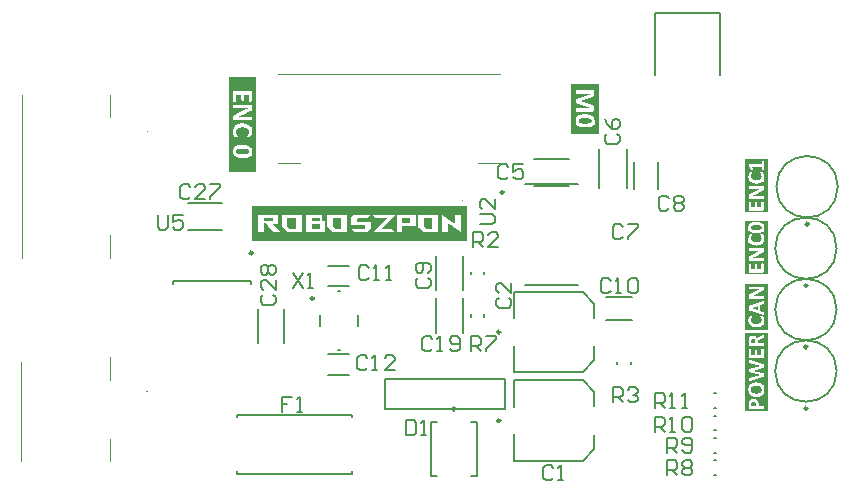
<source format=gbr>
%TF.GenerationSoftware,Altium Limited,Altium Designer,25.4.2 (15)*%
G04 Layer_Color=65535*
%FSLAX45Y45*%
%MOMM*%
%TF.SameCoordinates,7A81EC90-EEC5-4681-87D9-92CB7B0FDDE2*%
%TF.FilePolarity,Positive*%
%TF.FileFunction,Legend,Top*%
%TF.Part,Single*%
G01*
G75*
%TA.AperFunction,NonConductor*%
%ADD58C,0.25000*%
%ADD59C,0.10000*%
%ADD60C,0.15000*%
%ADD61C,0.20000*%
G36*
X6407161Y11273027D02*
X4592839D01*
Y11566973D01*
X6407161D01*
Y11273027D01*
D02*
G37*
G36*
X7526448Y12176875D02*
X7293551D01*
Y12603125D01*
X7526448D01*
Y12176875D01*
D02*
G37*
G36*
X8956974Y10519602D02*
X8763026D01*
Y10905399D01*
X8956974D01*
Y10519602D01*
D02*
G37*
G36*
X4626449Y11858750D02*
X4393552D01*
Y12656250D01*
X4626449D01*
Y11858750D01*
D02*
G37*
G36*
X8956974Y9830283D02*
X8763026D01*
Y10494719D01*
X8956974D01*
Y9830283D01*
D02*
G37*
G36*
X8956975Y11965797D02*
Y11514203D01*
X8763026D01*
Y11965797D01*
X8956975D01*
D02*
G37*
G36*
X8956975Y10991703D02*
X8763026D01*
Y11443297D01*
X8956975D01*
Y10991703D01*
D02*
G37*
%LPC*%
G36*
X5210378Y11494477D02*
Y11439126D01*
X5182174D01*
Y11494477D01*
X5047147D01*
Y11345347D01*
X5210378D01*
Y11494477D01*
D02*
G37*
G36*
X6357759Y11494653D02*
X6199639D01*
Y11345347D01*
X6247234D01*
Y11424319D01*
X6357759Y11345347D01*
Y11494477D01*
X6310693D01*
Y11416387D01*
X6199639Y11494653D01*
X6357759D01*
D02*
G37*
G36*
X6164384Y11494477D02*
X5995512D01*
Y11345347D01*
Y11386420D01*
X6047161Y11345347D01*
X6164384D01*
Y11494477D01*
D02*
G37*
G36*
X5979471D02*
X5814476D01*
Y11345347D01*
X5979471D01*
Y11494477D01*
D02*
G37*
G36*
X5797906D02*
X5613698D01*
X5633088Y11469093D01*
X5735857D01*
X5613698Y11345347D01*
X5797906D01*
X5778516Y11370731D01*
X5686500D01*
X5797730Y11494477D01*
X5797906D01*
D02*
G37*
G36*
X5593602D02*
X5451348D01*
X5430547Y11470327D01*
Y11345347D01*
X5597657D01*
Y11438597D01*
Y11432780D01*
X5482020D01*
Y11459927D01*
X5490128Y11469093D01*
X5574212D01*
X5593602Y11494477D01*
D02*
G37*
G36*
X5395292D02*
X5226420Y11494477D01*
Y11345347D01*
X5395292Y11345347D01*
Y11494477D01*
D02*
G37*
G36*
X5011892Y11494477D02*
X4843019D01*
Y11345347D01*
X5011892D01*
Y11494477D01*
D02*
G37*
G36*
X4826449D02*
X4642241D01*
Y11345347D01*
X4690364D01*
Y11469093D01*
X4766163D01*
Y11438597D01*
X4692832D01*
X4772156Y11345347D01*
X4826449D01*
D01*
X4767221Y11413037D01*
X4813229D01*
Y11494477D01*
X4826449D01*
D02*
G37*
%LPD*%
G36*
X5162784Y11439126D02*
X5094741D01*
Y11469093D01*
X5162784D01*
Y11439126D01*
D02*
G37*
G36*
Y11370731D02*
X5094741D01*
Y11413742D01*
X5162784D01*
Y11370731D01*
D02*
G37*
G36*
X6116790Y11370731D02*
X6066551D01*
X6043106Y11397349D01*
Y11469093D01*
X6116790D01*
Y11370731D01*
D02*
G37*
G36*
X5931700Y11422204D02*
X5861718D01*
Y11469093D01*
X5931700D01*
Y11422204D01*
D02*
G37*
G36*
X5979471Y11345347D02*
X5862247D01*
Y11396644D01*
X5979471D01*
Y11345347D01*
D02*
G37*
G36*
X5597657D02*
X5563283D01*
X5597657Y11368263D01*
Y11345347D01*
D02*
G37*
G36*
X5545127Y11378311D02*
X5538604Y11370731D01*
X5434425D01*
X5454168Y11345347D01*
X5430547D01*
Y11407220D01*
X5545127D01*
Y11378311D01*
D02*
G37*
G36*
X5347697Y11370731D02*
X5297459Y11370731D01*
X5274014Y11397349D01*
Y11469093D01*
X5347697Y11469093D01*
Y11370731D01*
D02*
G37*
G36*
X5278068Y11345347D02*
X5226420D01*
Y11386419D01*
X5278068Y11345347D01*
D02*
G37*
G36*
X4964297Y11370731D02*
X4914058D01*
X4890614Y11397349D01*
Y11469093D01*
X4964297D01*
Y11370731D01*
D02*
G37*
G36*
X4894668Y11345347D02*
X4843019D01*
Y11386419D01*
X4894668Y11345347D01*
D02*
G37*
%LPC*%
G36*
X7487689Y12547876D02*
D01*
Y12536212D01*
X7487480Y12538087D01*
X7487272Y12539753D01*
X7486647Y12541211D01*
X7486022Y12542461D01*
X7485398Y12543502D01*
X7484981Y12544127D01*
X7484564Y12544544D01*
X7484356Y12544752D01*
X7483106Y12545793D01*
X7481440Y12546626D01*
X7479982Y12547043D01*
X7478524Y12547460D01*
X7477066Y12547668D01*
X7476025Y12547876D01*
X7336686D01*
X7335852Y12547668D01*
X7335019Y12547460D01*
X7334603Y12547251D01*
X7334395D01*
X7333770Y12546626D01*
X7333353Y12545793D01*
X7333145Y12545168D01*
X7332937Y12544960D01*
X7332520Y12543502D01*
X7332312Y12542044D01*
X7332103Y12540795D01*
Y12540378D01*
X7331895Y12538087D01*
X7331687Y12535588D01*
Y12530172D01*
X7331895Y12527881D01*
Y12527048D01*
X7332103Y12526423D01*
Y12526007D01*
X7332312Y12524132D01*
X7332520Y12522674D01*
X7332937Y12521633D01*
Y12521425D01*
X7333353Y12520175D01*
X7333978Y12519550D01*
X7334186Y12519133D01*
X7334395Y12518925D01*
X7335228Y12518509D01*
X7335852Y12518092D01*
X7336477D01*
X7336686D01*
X7463112D01*
Y12517884D01*
X7336686Y12474353D01*
X7335852Y12474145D01*
X7335019Y12473728D01*
X7334603Y12473312D01*
X7334395Y12473104D01*
X7333770Y12472062D01*
X7333353Y12471021D01*
X7333145Y12470188D01*
X7332937Y12469979D01*
X7332520Y12468521D01*
X7332312Y12467063D01*
X7332103Y12465814D01*
Y12465397D01*
X7331895Y12463106D01*
X7331687Y12460815D01*
Y12455608D01*
X7331895Y12453317D01*
Y12451442D01*
X7332103Y12449360D01*
X7332312Y12447902D01*
X7332520Y12447069D01*
Y12446652D01*
X7333145Y12445402D01*
X7333561Y12444569D01*
X7333978Y12443944D01*
X7334186Y12443736D01*
X7335852Y12442486D01*
X7336477Y12442278D01*
X7336686Y12442070D01*
X7463112Y12397081D01*
Y12396665D01*
X7336686D01*
X7335852Y12396457D01*
X7335019Y12396248D01*
X7334603Y12396040D01*
X7334395D01*
X7333770Y12395415D01*
X7333353Y12394582D01*
X7333145Y12393957D01*
X7332937Y12393749D01*
X7332520Y12392291D01*
X7332312Y12390833D01*
X7332103Y12389583D01*
Y12389167D01*
X7331895Y12386876D01*
X7331687Y12384376D01*
Y12378961D01*
X7331895Y12376670D01*
Y12375837D01*
X7332103Y12375004D01*
Y12374587D01*
X7332312Y12372713D01*
X7332520Y12371255D01*
X7332937Y12370213D01*
Y12370005D01*
X7333353Y12368964D01*
X7333978Y12368130D01*
X7334186Y12367922D01*
X7334395Y12367714D01*
X7335228Y12367297D01*
X7335852Y12366881D01*
X7331687D01*
D01*
X7487689D01*
Y12547876D01*
D02*
G37*
G36*
X7414166Y12343137D02*
X7409375D01*
X7402502Y12342929D01*
X7396254Y12342720D01*
X7390422Y12342304D01*
X7387922Y12342095D01*
X7385423Y12341887D01*
X7383340Y12341679D01*
X7381466Y12341471D01*
X7379591D01*
X7378342Y12341262D01*
X7377092Y12341054D01*
X7376259Y12340846D01*
X7375842D01*
X7375634D01*
X7370219Y12339804D01*
X7365428Y12338346D01*
X7361263Y12337097D01*
X7357514Y12335639D01*
X7354598Y12334389D01*
X7352515Y12333348D01*
X7351682Y12332931D01*
X7351057Y12332515D01*
X7350849Y12332306D01*
X7350640D01*
X7347100Y12329807D01*
X7343975Y12327099D01*
X7341268Y12324183D01*
X7338977Y12321684D01*
X7337310Y12319185D01*
X7336061Y12317310D01*
X7335228Y12316060D01*
X7335019Y12315852D01*
Y12315644D01*
X7333145Y12311478D01*
X7331895Y12307104D01*
X7330854Y12302731D01*
X7330229Y12298565D01*
X7329812Y12294816D01*
Y12293150D01*
X7329604Y12291900D01*
Y12289192D01*
X7329812Y12283569D01*
X7330437Y12278362D01*
X7331479Y12273988D01*
X7332520Y12270031D01*
X7333353Y12266906D01*
X7333978Y12265657D01*
X7334395Y12264615D01*
X7334811Y12263782D01*
X7335019Y12263157D01*
X7335228Y12262949D01*
Y12262741D01*
X7337519Y12258783D01*
X7340018Y12255243D01*
X7342726Y12252327D01*
X7345433Y12249827D01*
X7347724Y12247745D01*
X7349599Y12246287D01*
X7350849Y12245245D01*
X7351057Y12245037D01*
X7351265D01*
X7355431Y12242538D01*
X7359805Y12240663D01*
X7363970Y12238997D01*
X7368136Y12237539D01*
X7371677Y12236497D01*
X7373135Y12236081D01*
X7374384Y12235873D01*
X7375426Y12235456D01*
X7376259D01*
X7376675Y12235248D01*
X7376884D01*
X7382715Y12234206D01*
X7388547Y12233373D01*
X7394171Y12232957D01*
X7399378Y12232540D01*
X7401669Y12232332D01*
X7403752D01*
X7405626Y12232124D01*
X7329604D01*
X7417290D01*
X7423538Y12232540D01*
X7429370Y12232957D01*
X7431870Y12233165D01*
X7434161Y12233373D01*
X7436452Y12233582D01*
X7438326Y12233790D01*
X7439992Y12233998D01*
X7441450Y12234206D01*
X7442492Y12234415D01*
X7443325D01*
X7443742Y12234623D01*
X7443950D01*
X7449365Y12235664D01*
X7454156Y12236914D01*
X7458529Y12238372D01*
X7462278Y12239830D01*
X7465194Y12241080D01*
X7467277Y12242121D01*
X7468110Y12242538D01*
X7468735Y12242954D01*
X7468943Y12243162D01*
X7469152D01*
X7472692Y12245662D01*
X7475817Y12248369D01*
X7478524Y12251077D01*
X7480815Y12253785D01*
X7482482Y12256076D01*
X7483731Y12258159D01*
X7484564Y12259408D01*
X7484773Y12259617D01*
Y12259825D01*
X7486647Y12263990D01*
X7488105Y12268364D01*
X7488938Y12272738D01*
X7489771Y12276904D01*
X7490188Y12280653D01*
Y12282319D01*
X7490396Y12283569D01*
Y12235873D01*
Y12286276D01*
X7490188Y12291900D01*
X7489563Y12296899D01*
X7488522Y12301481D01*
X7487480Y12305438D01*
X7486439Y12308562D01*
X7486022Y12309812D01*
X7485398Y12310853D01*
X7485189Y12311687D01*
X7484773Y12312311D01*
X7484564Y12312520D01*
Y12312728D01*
X7482273Y12316685D01*
X7479566Y12320018D01*
X7476858Y12323142D01*
X7474359Y12325641D01*
X7472068Y12327724D01*
X7469985Y12329182D01*
X7468735Y12330015D01*
X7468527Y12330432D01*
X7468319D01*
X7464153Y12332723D01*
X7459987Y12334806D01*
X7455613Y12336472D01*
X7451656Y12337722D01*
X7448115Y12338971D01*
X7446449Y12339388D01*
X7445199Y12339596D01*
X7444158Y12339804D01*
X7443325Y12340013D01*
X7442908Y12340221D01*
X7442700D01*
X7436868Y12341262D01*
X7431245Y12341887D01*
X7425621Y12342512D01*
X7420414Y12342720D01*
X7418123Y12342929D01*
X7416040D01*
X7414166Y12343137D01*
D02*
G37*
%LPD*%
G36*
X7487689Y12400622D02*
X7487480Y12403746D01*
X7487272Y12406246D01*
X7487064Y12407079D01*
X7486855Y12407912D01*
X7486647Y12408328D01*
Y12408537D01*
X7485814Y12410828D01*
X7484773Y12412702D01*
X7483940Y12413952D01*
X7483731Y12414160D01*
X7483523Y12414369D01*
X7481857Y12416035D01*
X7479982Y12417285D01*
X7479149Y12417909D01*
X7478524Y12418118D01*
X7478108Y12418534D01*
X7477899D01*
X7475192Y12419784D01*
X7472484Y12420825D01*
X7471234Y12421242D01*
X7470401Y12421658D01*
X7469777Y12421867D01*
X7469568D01*
X7377092Y12456858D01*
Y12457274D01*
X7469777Y12491016D01*
X7473109Y12492265D01*
X7474567Y12492682D01*
X7475817Y12493307D01*
X7476858Y12493723D01*
X7477483Y12494140D01*
X7477899Y12494556D01*
X7478108D01*
X7480399Y12496014D01*
X7482273Y12497681D01*
X7483315Y12498930D01*
X7483731Y12499139D01*
Y12499347D01*
X7484981Y12501430D01*
X7486022Y12503721D01*
X7486231Y12504554D01*
X7486439Y12505387D01*
X7486647Y12505804D01*
Y12506012D01*
X7487272Y12509136D01*
X7487480Y12512260D01*
X7487689Y12513510D01*
Y12400622D01*
D02*
G37*
G36*
Y12366881D02*
X7474984D01*
X7477066Y12367089D01*
X7478733Y12367297D01*
X7479774Y12367506D01*
X7480191Y12367714D01*
X7481857Y12368339D01*
X7483106Y12369172D01*
X7483940Y12369797D01*
X7484148Y12370005D01*
X7485189Y12371255D01*
X7486022Y12372504D01*
X7486439Y12373546D01*
X7486647Y12373754D01*
Y12373962D01*
X7487272Y12375837D01*
X7487480Y12377503D01*
X7487689Y12378753D01*
Y12366881D01*
D02*
G37*
G36*
X7420206Y12311062D02*
X7424371Y12310853D01*
X7427704Y12310645D01*
X7430620D01*
X7432703Y12310437D01*
X7433536Y12310229D01*
X7434161D01*
X7434369D01*
X7434577D01*
X7438326Y12309812D01*
X7441659Y12309187D01*
X7444575Y12308562D01*
X7446866Y12307938D01*
X7448949Y12307313D01*
X7450406Y12306896D01*
X7451448Y12306688D01*
X7451656Y12306480D01*
X7454156Y12305438D01*
X7456238Y12304188D01*
X7457905Y12302939D01*
X7459363Y12301897D01*
X7460404Y12300856D01*
X7461237Y12300023D01*
X7461654Y12299398D01*
X7461862Y12299190D01*
X7463112Y12297315D01*
X7463945Y12295441D01*
X7464570Y12293566D01*
X7464986Y12291692D01*
X7465194Y12290025D01*
X7465403Y12288776D01*
Y12287526D01*
X7465194Y12284610D01*
X7464778Y12282319D01*
X7464570Y12281486D01*
X7464361Y12280861D01*
X7464153Y12280445D01*
Y12280236D01*
X7463112Y12277737D01*
X7461862Y12275862D01*
X7460820Y12274613D01*
X7460612Y12274404D01*
X7460404Y12274196D01*
X7458321Y12272322D01*
X7456030Y12270864D01*
X7454989Y12270447D01*
X7454364Y12270031D01*
X7453739Y12269614D01*
X7453531D01*
X7450198Y12268364D01*
X7446866Y12267323D01*
X7445408Y12266906D01*
X7444158Y12266698D01*
X7443325Y12266490D01*
X7443117D01*
X7440617Y12266073D01*
X7438118Y12265657D01*
X7435619Y12265240D01*
X7433328Y12265032D01*
X7431453Y12264824D01*
X7429787D01*
X7428745Y12264615D01*
X7428329D01*
X7425205Y12264407D01*
X7421872Y12264199D01*
X7418540D01*
X7415624Y12263990D01*
X7412916D01*
X7410833D01*
X7410000D01*
X7409375D01*
X7409167D01*
X7408959D01*
X7405626D01*
X7402502D01*
X7399586Y12264199D01*
X7397087D01*
X7395004Y12264407D01*
X7393546D01*
X7392505Y12264615D01*
X7392088D01*
X7389380Y12264824D01*
X7386881Y12265032D01*
X7384590Y12265240D01*
X7382507Y12265448D01*
X7380841Y12265657D01*
X7379591Y12265865D01*
X7378758Y12266073D01*
X7378550D01*
X7374384Y12266906D01*
X7372718Y12267531D01*
X7371260Y12267948D01*
X7369802Y12268364D01*
X7368969Y12268573D01*
X7368344Y12268989D01*
X7368136D01*
X7365012Y12270447D01*
X7363762Y12271280D01*
X7362512Y12271905D01*
X7361679Y12272530D01*
X7361054Y12273155D01*
X7360638Y12273363D01*
X7360430Y12273571D01*
X7358555Y12275654D01*
X7357097Y12277737D01*
X7356680Y12278570D01*
X7356264Y12279195D01*
X7356056Y12279611D01*
Y12279820D01*
X7355223Y12282527D01*
X7354806Y12285235D01*
X7354598Y12286276D01*
Y12287943D01*
X7354806Y12290234D01*
X7355014Y12292317D01*
X7355431Y12294191D01*
X7355847Y12295649D01*
X7356264Y12296899D01*
X7356680Y12297940D01*
X7357097Y12298565D01*
Y12298773D01*
X7358138Y12300439D01*
X7359596Y12301689D01*
X7362512Y12303980D01*
X7363970Y12304813D01*
X7365012Y12305438D01*
X7365845Y12305855D01*
X7366053Y12306063D01*
X7368552Y12307104D01*
X7371468Y12307729D01*
X7374384Y12308562D01*
X7377092Y12308979D01*
X7379591Y12309395D01*
X7381466Y12309812D01*
X7382299D01*
X7382924Y12310020D01*
X7383132D01*
X7383340D01*
X7387714Y12310437D01*
X7392296Y12310645D01*
X7396879Y12311062D01*
X7401252D01*
X7405001Y12311270D01*
X7406668D01*
X7408126D01*
X7409167D01*
X7410000D01*
X7410625D01*
X7410833D01*
X7415832D01*
X7420206Y12311062D01*
D02*
G37*
%LPC*%
G36*
X8925229Y10885115D02*
X8794944D01*
X8798587D01*
X8798067Y10884942D01*
X8797720Y10884768D01*
X8797546Y10884595D01*
X8797026Y10884074D01*
X8796505Y10883380D01*
X8796332Y10882860D01*
X8796158Y10882686D01*
X8795638Y10881645D01*
X8795465Y10880431D01*
X8795291Y10879564D01*
Y10879217D01*
X8795118Y10877308D01*
X8794944Y10875574D01*
Y10778424D01*
D01*
Y10871063D01*
X8795118Y10869155D01*
Y10868461D01*
X8795291Y10867940D01*
Y10867593D01*
X8795465Y10866032D01*
X8795811Y10864818D01*
X8795985Y10864124D01*
X8796158Y10863777D01*
X8796505Y10862909D01*
X8797026Y10862389D01*
X8797373Y10862042D01*
X8797546Y10861869D01*
X8798067Y10861522D01*
X8798587Y10861348D01*
X8799108D01*
X8799281D01*
X8860000D01*
X8865204D01*
X8867633D01*
X8869888D01*
X8871797D01*
X8873184D01*
X8874225D01*
X8874399D01*
X8874572D01*
X8877348D01*
X8879950Y10861522D01*
X8882379D01*
X8884634Y10861695D01*
X8886369D01*
X8887757Y10861869D01*
X8888624D01*
X8888971D01*
Y10861695D01*
X8886022Y10860481D01*
X8884634Y10859787D01*
X8883420Y10859266D01*
X8882379Y10858746D01*
X8881685Y10858399D01*
X8881165Y10858225D01*
X8880991Y10858052D01*
X8878042Y10856664D01*
X8876654Y10855970D01*
X8875440Y10855276D01*
X8874399Y10854756D01*
X8873531Y10854409D01*
X8873011Y10854235D01*
X8872837Y10854062D01*
X8869715Y10852674D01*
X8868500Y10851980D01*
X8867113Y10851286D01*
X8866245Y10850766D01*
X8865378Y10850419D01*
X8864857Y10850245D01*
X8864684Y10850072D01*
X8861561Y10848510D01*
X8860173Y10847817D01*
X8858785Y10847123D01*
X8857745Y10846602D01*
X8856877Y10846082D01*
X8856357Y10845908D01*
X8856183Y10845735D01*
X8808823Y10820580D01*
X8806220Y10819365D01*
X8805179Y10818672D01*
X8804139Y10818151D01*
X8803445Y10817631D01*
X8802924Y10817284D01*
X8802577Y10817110D01*
X8802404Y10816937D01*
X8800495Y10815549D01*
X8799281Y10814334D01*
X8798414Y10813467D01*
X8798240Y10813294D01*
Y10813120D01*
X8797199Y10811559D01*
X8796505Y10809997D01*
X8796158Y10808957D01*
X8795985Y10808610D01*
Y10808436D01*
X8795638Y10806354D01*
X8795291Y10804273D01*
Y10787792D01*
X8795465Y10786404D01*
X8795638Y10785016D01*
X8795985Y10783975D01*
X8796505Y10782934D01*
X8797026Y10782067D01*
X8797373Y10781546D01*
X8797546Y10781199D01*
X8797720Y10781026D01*
X8798761Y10780159D01*
X8799802Y10779465D01*
X8801016Y10779118D01*
X8802230Y10778771D01*
X8803271Y10778597D01*
X8804139Y10778424D01*
X8794944D01*
X8921065D01*
X8922280Y10778597D01*
X8922627Y10778771D01*
X8922800D01*
X8923321Y10779291D01*
X8923841Y10779812D01*
X8924015Y10780332D01*
X8924188Y10780505D01*
X8924535Y10781720D01*
X8924709Y10782934D01*
X8924882Y10783802D01*
Y10784149D01*
X8925056Y10786057D01*
X8925229Y10787965D01*
Y10795945D01*
Y10792476D01*
X8925056Y10794384D01*
Y10795078D01*
X8924882Y10795598D01*
Y10795945D01*
X8924709Y10797507D01*
X8924535Y10798721D01*
X8924188Y10799415D01*
Y10799589D01*
X8923668Y10800456D01*
X8923321Y10801150D01*
X8922974Y10801323D01*
X8922800Y10801497D01*
X8922106Y10801844D01*
X8921586Y10802191D01*
X8921239D01*
X8921065D01*
X8853407D01*
X8850632D01*
X8847856D01*
X8845427D01*
X8843172D01*
X8841264Y10802017D01*
X8839876D01*
X8839008D01*
X8838662D01*
X8833457Y10801844D01*
X8831028Y10801670D01*
X8828773D01*
X8826865Y10801497D01*
X8825477D01*
X8824609Y10801323D01*
X8824263D01*
Y10801670D01*
X8828600Y10803405D01*
X8830681Y10804273D01*
X8832590Y10804966D01*
X8834151Y10805660D01*
X8835365Y10806181D01*
X8836059Y10806528D01*
X8836406Y10806701D01*
X8838662Y10807742D01*
X8840917Y10808783D01*
X8842825Y10809824D01*
X8844560Y10810691D01*
X8846121Y10811385D01*
X8847162Y10811906D01*
X8848030Y10812253D01*
X8848203Y10812426D01*
X8908575Y10844520D01*
X8910310Y10845388D01*
X8912044Y10846255D01*
X8913432Y10846949D01*
X8914473Y10847643D01*
X8915514Y10848163D01*
X8916208Y10848510D01*
X8916555Y10848857D01*
X8916728D01*
X8918810Y10850419D01*
X8920372Y10851807D01*
X8921412Y10852674D01*
X8921586Y10852847D01*
X8921759Y10853021D01*
X8922800Y10854756D01*
X8923668Y10856144D01*
X8924015Y10857358D01*
X8924188Y10857531D01*
Y10857705D01*
X8924535Y10859787D01*
X8924709Y10861869D01*
X8924882Y10862736D01*
Y10875053D01*
X8924709Y10876441D01*
X8924535Y10877655D01*
X8924362Y10878523D01*
Y10878870D01*
X8923841Y10880084D01*
X8923321Y10881125D01*
X8922800Y10881819D01*
X8922627Y10881992D01*
X8921586Y10882860D01*
X8920719Y10883727D01*
X8920025Y10884074D01*
X8919678Y10884248D01*
X8918290Y10884768D01*
X8916902Y10884942D01*
X8915861Y10885115D01*
X8925229D01*
D01*
D02*
G37*
G36*
Y10761596D02*
X8794771D01*
X8920719D01*
X8918810Y10761249D01*
X8917075Y10760902D01*
X8916208Y10760555D01*
X8915514Y10760382D01*
X8915167Y10760208D01*
X8914994D01*
X8800322Y10720307D01*
X8799108Y10719787D01*
X8798067Y10719266D01*
X8797546Y10718919D01*
X8797373Y10718746D01*
X8796679Y10718052D01*
X8796158Y10717185D01*
X8795985Y10716317D01*
X8795811Y10716144D01*
Y10715970D01*
X8795291Y10714409D01*
X8795118Y10712501D01*
X8794944Y10711807D01*
Y10709204D01*
X8794771Y10707643D01*
Y10642761D01*
Y10695152D01*
X8794944Y10694111D01*
Y10692897D01*
X8795118Y10690815D01*
X8795465Y10689427D01*
X8795638Y10688387D01*
X8795811Y10688213D01*
Y10688040D01*
X8796332Y10686825D01*
X8796852Y10686131D01*
X8797199Y10685611D01*
X8797373Y10685437D01*
X8798240Y10684917D01*
X8799108Y10684570D01*
X8799628Y10684396D01*
X8799975Y10684223D01*
X8914647Y10644322D01*
X8917075Y10643628D01*
X8918810Y10643108D01*
X8919504Y10642934D01*
X8920025Y10642761D01*
X8921759D01*
X8922800Y10643108D01*
X8923494Y10643281D01*
X8923668Y10643455D01*
X8924362Y10644496D01*
X8924709Y10645710D01*
X8924882Y10646751D01*
Y10647098D01*
X8925056Y10648139D01*
Y10649353D01*
X8925229Y10651782D01*
Y10643628D01*
Y10657160D01*
X8925056Y10658374D01*
Y10660109D01*
X8924882Y10660629D01*
Y10661150D01*
X8924709Y10663058D01*
X8924535Y10664273D01*
X8924362Y10665140D01*
Y10665313D01*
X8923841Y10666354D01*
X8923494Y10666875D01*
X8923147Y10667222D01*
X8922974Y10667395D01*
X8922106Y10667916D01*
X8921412Y10668263D01*
X8920719Y10668436D01*
X8920545D01*
X8895217Y10676590D01*
Y10725338D01*
X8921239Y10733839D01*
X8922106Y10734186D01*
X8922800Y10734533D01*
X8923147Y10734880D01*
X8923321D01*
X8923841Y10735574D01*
X8924188Y10736268D01*
X8924535Y10736788D01*
Y10736962D01*
X8924709Y10738349D01*
X8924882Y10739737D01*
X8925056Y10740778D01*
Y10742513D01*
X8925229Y10743727D01*
Y10752575D01*
X8925056Y10753789D01*
Y10755698D01*
X8924882Y10756391D01*
Y10756912D01*
X8924709Y10757953D01*
Y10758820D01*
X8924362Y10760035D01*
X8924015Y10760729D01*
X8923841Y10760902D01*
X8922974Y10761422D01*
X8921933Y10761596D01*
X8925229D01*
D01*
D02*
G37*
G36*
X8926790Y10635475D02*
X8793209D01*
D01*
X8902850D01*
X8900942Y10635301D01*
X8900421D01*
X8899901Y10635128D01*
X8899727D01*
X8899554D01*
X8897992Y10634954D01*
X8896951Y10634781D01*
X8896258Y10634607D01*
X8896084D01*
X8895390Y10634260D01*
X8894870Y10633913D01*
X8894523Y10633740D01*
Y10633566D01*
X8894176Y10633046D01*
X8894002Y10632525D01*
Y10632005D01*
X8894349Y10630791D01*
X8894870Y10629576D01*
X8895390Y10628535D01*
X8895737Y10628362D01*
Y10628188D01*
X8896951Y10626280D01*
X8898166Y10624372D01*
X8898686Y10623504D01*
X8899033Y10622984D01*
X8899207Y10622463D01*
X8899380Y10622290D01*
X8900768Y10619341D01*
X8901982Y10616565D01*
X8902329Y10615351D01*
X8902676Y10614483D01*
X8903023Y10613789D01*
Y10613616D01*
X8903544Y10611708D01*
X8903891Y10609626D01*
X8904238Y10607544D01*
X8904411Y10605809D01*
Y10604074D01*
X8904585Y10602860D01*
Y10601646D01*
X8904411Y10598870D01*
X8904238Y10596268D01*
X8903717Y10593839D01*
X8903197Y10591757D01*
X8902850Y10590022D01*
X8902329Y10588808D01*
X8902156Y10588114D01*
X8901982Y10587767D01*
X8900942Y10585512D01*
X8899554Y10583603D01*
X8898339Y10581869D01*
X8896951Y10580307D01*
X8895911Y10579093D01*
X8894870Y10578052D01*
X8894176Y10577532D01*
X8894002Y10577358D01*
X8891920Y10575797D01*
X8889665Y10574409D01*
X8887236Y10573368D01*
X8885155Y10572327D01*
X8883246Y10571633D01*
X8881685Y10571113D01*
X8880644Y10570766D01*
X8880471Y10570592D01*
X8880297D01*
X8877001Y10569898D01*
X8873531Y10569378D01*
X8870235Y10568857D01*
X8867113Y10568684D01*
X8864337Y10568510D01*
X8863296Y10568337D01*
X8862255D01*
X8861388D01*
X8860867D01*
X8860520D01*
X8860347D01*
X8856530Y10568510D01*
X8853061Y10568684D01*
X8849764Y10569031D01*
X8846989Y10569378D01*
X8844733Y10569725D01*
X8842999Y10570072D01*
X8842478Y10570245D01*
X8841958Y10570419D01*
X8841784D01*
X8841611D01*
X8838662Y10571286D01*
X8835886Y10572327D01*
X8833457Y10573368D01*
X8831375Y10574409D01*
X8829814Y10575450D01*
X8828600Y10576144D01*
X8827732Y10576664D01*
X8827559Y10576838D01*
X8825477Y10578572D01*
X8823569Y10580307D01*
X8822181Y10582042D01*
X8820793Y10583603D01*
X8819752Y10584991D01*
X8819058Y10586032D01*
X8818711Y10586900D01*
X8818538Y10587073D01*
X8817497Y10589502D01*
X8816629Y10591757D01*
X8816109Y10594186D01*
X8815588Y10596268D01*
X8815415Y10598176D01*
X8815241Y10599564D01*
Y10603380D01*
X8815588Y10605809D01*
X8815762Y10607717D01*
X8816109Y10609626D01*
X8816456Y10611014D01*
X8816803Y10612054D01*
X8816976Y10612748D01*
X8817150Y10612922D01*
X8817844Y10614830D01*
X8818538Y10616392D01*
X8819058Y10617953D01*
X8819752Y10619167D01*
X8820272Y10620208D01*
X8820619Y10620902D01*
X8820793Y10621422D01*
X8820966Y10621596D01*
X8822354Y10624025D01*
X8823569Y10625933D01*
X8824089Y10626627D01*
X8824436Y10627147D01*
X8824783Y10627321D01*
Y10627494D01*
X8825824Y10629056D01*
X8826344Y10630270D01*
X8826518Y10631137D01*
Y10631311D01*
X8826344Y10632005D01*
X8826171Y10632352D01*
X8825997Y10632699D01*
Y10632872D01*
X8825477Y10633393D01*
X8824956Y10633740D01*
X8824436Y10634087D01*
X8824263D01*
X8823048Y10634434D01*
X8822007Y10634607D01*
X8821140Y10634781D01*
X8820793D01*
X8819058Y10634954D01*
X8817323Y10635128D01*
X8816629D01*
X8816109D01*
X8815762D01*
X8815588D01*
X8813680D01*
X8812119D01*
X8811251Y10634954D01*
X8810904D01*
X8809517Y10634781D01*
X8808476Y10634607D01*
X8807782Y10634434D01*
X8807608D01*
X8806741Y10634087D01*
X8805873Y10633913D01*
X8805526Y10633740D01*
X8805353Y10633566D01*
X8804486Y10633219D01*
X8803792Y10632525D01*
X8803271Y10632005D01*
X8803098Y10631831D01*
X8802577Y10631311D01*
X8802057Y10630444D01*
X8800842Y10628882D01*
X8800495Y10628188D01*
X8800149Y10627494D01*
X8799802Y10627147D01*
Y10626974D01*
X8798414Y10624372D01*
X8797373Y10621943D01*
X8797026Y10620902D01*
X8796679Y10620035D01*
X8796505Y10619514D01*
Y10619341D01*
X8795638Y10616218D01*
X8795118Y10614657D01*
X8794771Y10613269D01*
X8794597Y10611881D01*
X8794424Y10611014D01*
X8794250Y10610320D01*
Y10610146D01*
X8793556Y10606330D01*
X8793383Y10604595D01*
Y10603033D01*
X8793209Y10601646D01*
Y10599737D01*
X8793383Y10594880D01*
X8793903Y10590369D01*
X8794597Y10586206D01*
X8795465Y10582736D01*
X8795811Y10581001D01*
X8796332Y10579613D01*
X8796679Y10578399D01*
X8797026Y10577358D01*
X8797373Y10576491D01*
X8797546Y10575970D01*
X8797720Y10575623D01*
Y10575450D01*
X8799628Y10571460D01*
X8801710Y10567817D01*
X8803965Y10564520D01*
X8806047Y10561745D01*
X8807955Y10559489D01*
X8809690Y10557755D01*
X8810731Y10556714D01*
X8810904Y10556540D01*
X8811078Y10556367D01*
X8814548Y10553591D01*
X8818017Y10551162D01*
X8821660Y10549081D01*
X8825130Y10547346D01*
X8828079Y10545958D01*
X8829293Y10545437D01*
X8830508Y10545090D01*
X8831375Y10544743D01*
X8832069Y10544396D01*
X8832416Y10544223D01*
X8832590D01*
X8837447Y10542835D01*
X8842478Y10541794D01*
X8847336Y10540927D01*
X8851846Y10540406D01*
X8853928Y10540233D01*
X8855836Y10540059D01*
X8857571D01*
X8858959Y10539886D01*
X8861735D01*
X8867633Y10540059D01*
X8873011Y10540580D01*
X8877868Y10541100D01*
X8880124Y10541447D01*
X8882032Y10541968D01*
X8883940Y10542315D01*
X8885502Y10542662D01*
X8886890Y10543009D01*
X8888104Y10543182D01*
X8888971Y10543529D01*
X8889665Y10543703D01*
X8890012Y10543876D01*
X8890186D01*
X8894523Y10545437D01*
X8898513Y10547346D01*
X8901982Y10549254D01*
X8904932Y10551162D01*
X8907187Y10552724D01*
X8909095Y10554111D01*
X8909616Y10554632D01*
X8910136Y10554979D01*
X8910310Y10555326D01*
X8910483D01*
X8913432Y10558275D01*
X8915861Y10561224D01*
X8917943Y10564347D01*
X8919678Y10567123D01*
X8921065Y10569551D01*
X8921933Y10571633D01*
X8922280Y10572327D01*
X8922627Y10572848D01*
X8922800Y10573194D01*
Y10573368D01*
X8924188Y10577532D01*
X8925056Y10581695D01*
X8925749Y10585685D01*
X8926270Y10589502D01*
X8926617Y10592624D01*
Y10594012D01*
X8926790Y10595227D01*
Y10549254D01*
Y10599911D01*
X8926617Y10602339D01*
X8926443Y10604421D01*
X8926270Y10606330D01*
X8926096Y10607891D01*
X8925923Y10608932D01*
X8925749Y10609799D01*
Y10609973D01*
X8925403Y10612054D01*
X8924882Y10614136D01*
X8924535Y10615871D01*
X8924015Y10617432D01*
X8923668Y10618647D01*
X8923321Y10619514D01*
X8923147Y10620208D01*
Y10620382D01*
X8922453Y10622116D01*
X8921933Y10623504D01*
X8921239Y10624892D01*
X8920719Y10626107D01*
X8920372Y10626974D01*
X8920025Y10627668D01*
X8919678Y10628015D01*
Y10628188D01*
X8918984Y10629229D01*
X8918463Y10630097D01*
X8917422Y10631484D01*
X8916728Y10632178D01*
X8916555Y10632352D01*
X8915688Y10633046D01*
X8914994Y10633566D01*
X8914647Y10633913D01*
X8914473D01*
X8913085Y10634607D01*
X8912565Y10634781D01*
X8912391D01*
X8911350Y10634954D01*
X8910483Y10635128D01*
X8909789Y10635301D01*
X8909442D01*
X8908054Y10635475D01*
X8926790D01*
D02*
G37*
%LPD*%
G36*
X8875093Y10682488D02*
X8820099Y10700704D01*
Y10700877D01*
X8875093Y10719093D01*
Y10682488D01*
D02*
G37*
%LPC*%
G36*
X4578524Y12541802D02*
X4432312D01*
X4442101D01*
X4440227Y12541594D01*
X4438769Y12541385D01*
X4437519Y12540969D01*
X4436478Y12540552D01*
X4435644Y12540136D01*
X4435020Y12539719D01*
X4434811Y12539303D01*
X4434603D01*
X4433770Y12538261D01*
X4433353Y12537012D01*
X4432520Y12534929D01*
Y12534096D01*
X4432312Y12533262D01*
Y12449742D01*
Y12454533D01*
X4432520Y12453700D01*
X4432728Y12453283D01*
X4432937Y12452866D01*
Y12452658D01*
X4433562Y12452033D01*
X4434186Y12451408D01*
X4434811Y12451200D01*
X4435020Y12450992D01*
X4436269Y12450575D01*
X4437519Y12450367D01*
X4438352Y12450159D01*
X4438769D01*
X4440643Y12449950D01*
X4442518Y12449742D01*
X4587689D01*
X4447100D01*
X4448766Y12449950D01*
X4450016Y12450159D01*
X4450432D01*
X4451890Y12450367D01*
X4453140Y12450575D01*
X4453973Y12450784D01*
X4454181Y12450992D01*
X4455223Y12451408D01*
X4455848Y12452033D01*
X4456056Y12452450D01*
X4456264Y12452658D01*
X4456681Y12453283D01*
X4457097Y12453908D01*
Y12510352D01*
X4500836D01*
Y12463489D01*
X4501044Y12462239D01*
X4501253Y12461822D01*
Y12461614D01*
X4501877Y12460989D01*
X4502502Y12460364D01*
X4503127Y12460156D01*
X4503335Y12459948D01*
X4504585Y12459531D01*
X4505626Y12459323D01*
X4506460Y12459115D01*
X4506876D01*
X4508751Y12458907D01*
X4510625Y12458698D01*
X4511458D01*
X4512083D01*
X4512500D01*
X4512708D01*
X4514999D01*
X4516874Y12458907D01*
X4517915Y12459115D01*
X4518332D01*
X4519998Y12459323D01*
X4521247Y12459531D01*
X4521872Y12459740D01*
X4522081Y12459948D01*
X4523122Y12460364D01*
X4523747Y12460989D01*
X4523955Y12461406D01*
X4524163Y12461614D01*
X4524580Y12462239D01*
X4524997Y12462864D01*
Y12510352D01*
X4562903D01*
Y12454949D01*
X4563112Y12454116D01*
X4563320Y12453700D01*
X4563528Y12453283D01*
Y12453075D01*
X4564153Y12452450D01*
X4564778Y12452033D01*
X4565403Y12451617D01*
X4565611D01*
X4566861Y12451200D01*
X4568110Y12450992D01*
X4568944Y12450784D01*
X4569360D01*
X4571235Y12450575D01*
X4573109Y12450367D01*
X4573734D01*
X4574359D01*
X4574775D01*
X4574984D01*
X4577483D01*
X4579358Y12450575D01*
X4580607Y12450784D01*
X4581024D01*
X4582482Y12450992D01*
X4583731Y12451200D01*
X4584565Y12451408D01*
X4584773Y12451617D01*
X4585814Y12452033D01*
X4586647Y12452658D01*
X4586856Y12452866D01*
X4587064Y12453075D01*
X4587481Y12453700D01*
X4587689Y12454324D01*
Y12534096D01*
X4587272Y12535345D01*
X4586439Y12537428D01*
X4586023Y12538261D01*
X4585606Y12538886D01*
X4585398Y12539094D01*
X4585189Y12539303D01*
X4584148Y12540136D01*
X4583107Y12540761D01*
X4580607Y12541385D01*
X4579566Y12541594D01*
X4578524Y12541802D01*
D02*
G37*
G36*
X4588105Y12421833D02*
D01*
Y12310611D01*
X4587897Y12312902D01*
Y12313735D01*
X4587689Y12314360D01*
Y12314777D01*
X4587481Y12316651D01*
X4587064Y12318109D01*
X4586856Y12318942D01*
X4586647Y12319359D01*
X4586231Y12320400D01*
X4585606Y12321025D01*
X4585189Y12321442D01*
X4584981Y12321650D01*
X4584356Y12322067D01*
X4583731Y12322275D01*
X4583107D01*
X4582898D01*
X4510000D01*
X4503752D01*
X4500836D01*
X4498128D01*
X4495837D01*
X4494171D01*
X4492921D01*
X4492713D01*
X4492505D01*
X4489172D01*
X4486048Y12322067D01*
X4483132D01*
X4480425Y12321858D01*
X4478342D01*
X4476676Y12321650D01*
X4475634D01*
X4475218D01*
Y12321858D01*
X4478758Y12323316D01*
X4480425Y12324149D01*
X4481883Y12324774D01*
X4483132Y12325399D01*
X4483965Y12325816D01*
X4484590Y12326024D01*
X4484798Y12326232D01*
X4488339Y12327898D01*
X4490005Y12328732D01*
X4491463Y12329565D01*
X4492713Y12330189D01*
X4493755Y12330606D01*
X4494379Y12330814D01*
X4494588Y12331023D01*
X4498337Y12332689D01*
X4499795Y12333522D01*
X4501461Y12334355D01*
X4502502Y12334980D01*
X4503544Y12335396D01*
X4504169Y12335605D01*
X4504377Y12335813D01*
X4508126Y12337688D01*
X4509792Y12338521D01*
X4511458Y12339354D01*
X4512708Y12339979D01*
X4513749Y12340603D01*
X4514374Y12340812D01*
X4514583Y12341020D01*
X4571443Y12371221D01*
X4574567Y12372679D01*
X4575817Y12373512D01*
X4577067Y12374137D01*
X4577900Y12374761D01*
X4578524Y12375178D01*
X4578941Y12375386D01*
X4579149Y12375595D01*
X4581440Y12377261D01*
X4582898Y12378719D01*
X4583940Y12379760D01*
X4584148Y12379968D01*
Y12380177D01*
X4585398Y12382051D01*
X4586231Y12383926D01*
X4586647Y12385175D01*
X4586856Y12385592D01*
Y12385800D01*
X4587272Y12388300D01*
X4587689Y12390799D01*
Y12410586D01*
X4587481Y12412252D01*
X4587272Y12413918D01*
X4586856Y12415168D01*
X4586231Y12416417D01*
X4585606Y12417459D01*
X4585189Y12418084D01*
X4584981Y12418500D01*
X4584773Y12418708D01*
X4583523Y12419750D01*
X4582274Y12420583D01*
X4580816Y12421000D01*
X4579358Y12421416D01*
X4578108Y12421624D01*
X4577067Y12421833D01*
X4436686D01*
X4435228Y12421624D01*
X4434811Y12421416D01*
X4434603D01*
X4433978Y12420791D01*
X4433353Y12420166D01*
X4433145Y12419542D01*
X4432937Y12419333D01*
X4432520Y12417875D01*
X4432312Y12416417D01*
X4432104Y12415376D01*
Y12414959D01*
X4431895Y12412668D01*
X4431687Y12410377D01*
Y12404962D01*
X4431895Y12402671D01*
Y12401838D01*
X4432104Y12401213D01*
Y12400796D01*
X4432312Y12398922D01*
X4432520Y12397464D01*
X4432937Y12396631D01*
Y12396423D01*
X4433562Y12395381D01*
X4433978Y12394548D01*
X4434395Y12394340D01*
X4434603Y12394131D01*
X4435436Y12393715D01*
X4436061Y12393298D01*
X4436478D01*
X4436686D01*
X4517915D01*
X4521247D01*
X4524580D01*
X4527496D01*
X4530204D01*
X4532495Y12393507D01*
X4534161D01*
X4535202D01*
X4535619D01*
X4541867Y12393715D01*
X4544783Y12393923D01*
X4547491D01*
X4549782Y12394131D01*
X4551448D01*
X4552489Y12394340D01*
X4552906D01*
Y12393923D01*
X4547699Y12391840D01*
X4545200Y12390799D01*
X4542909Y12389966D01*
X4541034Y12389133D01*
X4539576Y12388508D01*
X4538743Y12388091D01*
X4538326Y12387883D01*
X4535619Y12386633D01*
X4532911Y12385384D01*
X4530620Y12384134D01*
X4528537Y12383093D01*
X4526663Y12382259D01*
X4525413Y12381635D01*
X4524372Y12381218D01*
X4524163Y12381010D01*
X4451682Y12342478D01*
X4449599Y12341437D01*
X4447516Y12340395D01*
X4445850Y12339562D01*
X4444600Y12338729D01*
X4443351Y12338104D01*
X4442518Y12337688D01*
X4442101Y12337271D01*
X4441893D01*
X4439393Y12335396D01*
X4437519Y12333730D01*
X4436269Y12332689D01*
X4436061Y12332481D01*
X4435853Y12332272D01*
X4434603Y12330189D01*
X4433562Y12328523D01*
X4433145Y12327065D01*
X4432937Y12326857D01*
Y12326649D01*
X4432520Y12324149D01*
X4432312Y12321650D01*
X4432104Y12320609D01*
Y12305821D01*
X4432312Y12304154D01*
X4432520Y12302697D01*
X4432728Y12301655D01*
Y12301239D01*
X4433353Y12299781D01*
X4433978Y12298531D01*
X4434603Y12297698D01*
X4434811Y12297490D01*
X4436061Y12296448D01*
X4437102Y12295407D01*
X4437935Y12294990D01*
X4438352Y12294782D01*
X4440018Y12294157D01*
X4441685Y12293949D01*
X4442934Y12293740D01*
X4431687D01*
D01*
X4588105D01*
Y12421833D01*
D02*
G37*
G36*
X4590188Y12267289D02*
D01*
Y12195432D01*
X4589980Y12201264D01*
X4589355Y12206679D01*
X4588522Y12211678D01*
X4587481Y12215844D01*
X4587064Y12217927D01*
X4586439Y12219593D01*
X4586023Y12221051D01*
X4585606Y12222300D01*
X4585189Y12223342D01*
X4584981Y12223967D01*
X4584773Y12224383D01*
Y12224592D01*
X4582482Y12229382D01*
X4579982Y12233756D01*
X4577275Y12237713D01*
X4574775Y12241046D01*
X4572484Y12243753D01*
X4570402Y12245836D01*
X4569152Y12247086D01*
X4568944Y12247294D01*
X4568735Y12247502D01*
X4564570Y12250835D01*
X4560404Y12253751D01*
X4556030Y12256250D01*
X4551865Y12258333D01*
X4548324Y12259999D01*
X4546866Y12260624D01*
X4545408Y12261041D01*
X4544367Y12261457D01*
X4543533Y12261874D01*
X4543117Y12262082D01*
X4542909D01*
X4537077Y12263748D01*
X4531037Y12264998D01*
X4525205Y12266039D01*
X4519790Y12266664D01*
X4517290Y12266872D01*
X4514999Y12267081D01*
X4512916D01*
X4511250Y12267289D01*
X4507918D01*
X4500836Y12267081D01*
X4494379Y12266456D01*
X4488548Y12265831D01*
X4485840Y12265414D01*
X4483549Y12264790D01*
X4481258Y12264373D01*
X4479383Y12263956D01*
X4477717Y12263540D01*
X4476259Y12263332D01*
X4475218Y12262915D01*
X4474384Y12262707D01*
X4473968Y12262498D01*
X4473760D01*
X4468553Y12260624D01*
X4463762Y12258333D01*
X4459597Y12256042D01*
X4456056Y12253751D01*
X4453348Y12251876D01*
X4451057Y12250210D01*
X4450432Y12249585D01*
X4449807Y12249169D01*
X4449599Y12248752D01*
X4449391D01*
X4445850Y12245211D01*
X4442934Y12241670D01*
X4440435Y12237921D01*
X4438352Y12234589D01*
X4436686Y12231673D01*
X4435644Y12229174D01*
X4435228Y12228341D01*
X4434811Y12227716D01*
X4434603Y12227299D01*
Y12227091D01*
X4432937Y12222092D01*
X4431895Y12217093D01*
X4431062Y12212303D01*
X4430437Y12207721D01*
X4430021Y12203972D01*
Y12202306D01*
X4429813Y12200848D01*
Y12195224D01*
X4430021Y12192308D01*
X4430229Y12189809D01*
X4430437Y12187518D01*
X4430646Y12185643D01*
X4430854Y12184393D01*
X4431062Y12183352D01*
Y12183144D01*
X4431479Y12180644D01*
X4432104Y12178145D01*
X4432520Y12176062D01*
X4433145Y12174188D01*
X4433562Y12172730D01*
X4433978Y12171688D01*
X4434186Y12170855D01*
Y12170647D01*
X4435020Y12168564D01*
X4435644Y12166898D01*
X4436478Y12165232D01*
X4437102Y12163774D01*
X4437519Y12162732D01*
X4437935Y12161899D01*
X4438352Y12161483D01*
Y12161274D01*
X4439185Y12160025D01*
X4439810Y12158983D01*
X4441060Y12157317D01*
X4441893Y12156484D01*
X4442101Y12156276D01*
X4443142Y12155443D01*
X4443976Y12154818D01*
X4444392Y12154401D01*
X4444600D01*
X4446267Y12153568D01*
X4446892Y12153360D01*
X4447100D01*
X4448349Y12153151D01*
X4449391Y12152943D01*
X4450224Y12152735D01*
X4450641D01*
X4452307Y12152527D01*
X4429813D01*
D01*
X4590188D01*
Y12267289D01*
D02*
G37*
G36*
X4590396Y12084211D02*
Y12027350D01*
X4590188Y12032974D01*
X4589563Y12037973D01*
X4588522Y12042555D01*
X4587481Y12046512D01*
X4586439Y12049636D01*
X4586023Y12050886D01*
X4585398Y12051927D01*
X4585189Y12052761D01*
X4584773Y12053385D01*
X4584565Y12053594D01*
Y12053802D01*
X4582274Y12057759D01*
X4579566Y12061092D01*
X4576858Y12064216D01*
X4574359Y12066715D01*
X4572068Y12068798D01*
X4569985Y12070256D01*
X4568735Y12071089D01*
X4568527Y12071506D01*
X4568319D01*
X4564153Y12073797D01*
X4559988Y12075880D01*
X4555614Y12077546D01*
X4551656Y12078796D01*
X4548116Y12080045D01*
X4546449Y12080462D01*
X4545200Y12080670D01*
X4544158Y12080878D01*
X4543325Y12081087D01*
X4542909Y12081295D01*
X4542700D01*
X4536868Y12082336D01*
X4531245Y12082961D01*
X4525621Y12083586D01*
X4520414Y12083794D01*
X4518123Y12084003D01*
X4516040D01*
X4514166Y12084211D01*
X4509376D01*
X4502502Y12084003D01*
X4496254Y12083794D01*
X4490422Y12083378D01*
X4487923Y12083169D01*
X4485423Y12082961D01*
X4483341Y12082753D01*
X4481466Y12082545D01*
X4479591D01*
X4478342Y12082336D01*
X4477092Y12082128D01*
X4476259Y12081920D01*
X4475842D01*
X4475634D01*
X4470219Y12080878D01*
X4465428Y12079420D01*
X4461263Y12078171D01*
X4457514Y12076713D01*
X4454598Y12075463D01*
X4452515Y12074422D01*
X4451682Y12074005D01*
X4451057Y12073589D01*
X4450849Y12073380D01*
X4450641D01*
X4447100Y12070881D01*
X4443976Y12068173D01*
X4441268Y12065257D01*
X4438977Y12062758D01*
X4437311Y12060259D01*
X4436061Y12058384D01*
X4435228Y12057134D01*
X4435020Y12056926D01*
Y12056718D01*
X4433145Y12052552D01*
X4431895Y12048178D01*
X4430854Y12043804D01*
X4430229Y12039639D01*
X4429813Y12035890D01*
Y12034224D01*
X4429604Y12032974D01*
Y12034640D01*
Y12032974D01*
Y12030266D01*
X4429813Y12024643D01*
X4430437Y12019436D01*
X4431479Y12015062D01*
X4432520Y12011105D01*
X4433353Y12007980D01*
X4433978Y12006731D01*
X4434395Y12005689D01*
X4434811Y12004856D01*
X4435020Y12004231D01*
X4435228Y12004023D01*
Y12003815D01*
X4437519Y11999857D01*
X4440018Y11996317D01*
X4442726Y11993401D01*
X4445434Y11990901D01*
X4447725Y11988819D01*
X4449599Y11987361D01*
X4450849Y11986319D01*
X4451057Y11986111D01*
X4451265D01*
X4455431Y11983612D01*
X4459805Y11981737D01*
X4463970Y11980071D01*
X4468136Y11978613D01*
X4471677Y11977571D01*
X4473135Y11977155D01*
X4474384Y11976947D01*
X4475426Y11976530D01*
X4476259D01*
X4476676Y11976322D01*
X4476884D01*
X4482716Y11975280D01*
X4488548Y11974447D01*
X4494171Y11974031D01*
X4499378Y11973614D01*
X4501669Y11973406D01*
X4503752D01*
X4505626Y11973198D01*
X4429604D01*
X4517290D01*
X4523539Y11973614D01*
X4529370Y11974031D01*
X4531870Y11974239D01*
X4534161Y11974447D01*
X4536452Y11974656D01*
X4538326Y11974864D01*
X4539993Y11975072D01*
X4541451Y11975280D01*
X4542492Y11975489D01*
X4543325D01*
X4543742Y11975697D01*
X4543950D01*
X4549365Y11976738D01*
X4554156Y11977988D01*
X4558530Y11979446D01*
X4562279Y11980904D01*
X4565195Y11982154D01*
X4567277Y11983195D01*
X4568110Y11983612D01*
X4568735Y11984028D01*
X4568944Y11984236D01*
X4569152D01*
X4572693Y11986736D01*
X4575817Y11989443D01*
X4578524Y11992151D01*
X4580816Y11994859D01*
X4582482Y11997150D01*
X4583731Y11999233D01*
X4584565Y12000482D01*
X4584773Y12000691D01*
Y12000899D01*
X4586647Y12005064D01*
X4588105Y12009438D01*
X4588938Y12013812D01*
X4589772Y12017978D01*
X4590188Y12021727D01*
Y12023393D01*
X4590396Y12024643D01*
Y11973198D01*
D01*
Y12084211D01*
D02*
G37*
%LPD*%
G36*
X4588105Y12293740D02*
X4583731D01*
X4584356Y12293949D01*
X4584773Y12294157D01*
X4584981Y12294365D01*
X4585606Y12294990D01*
X4586231Y12295823D01*
X4586439Y12296448D01*
X4586647Y12296656D01*
X4587272Y12297906D01*
X4587481Y12299364D01*
X4587689Y12300405D01*
Y12300822D01*
X4587897Y12303113D01*
X4588105Y12305196D01*
Y12293740D01*
D02*
G37*
G36*
X4514166Y12232923D02*
X4518332Y12232714D01*
X4522289Y12232298D01*
X4525621Y12231881D01*
X4528329Y12231465D01*
X4530412Y12231048D01*
X4531037Y12230840D01*
X4531661Y12230632D01*
X4531870D01*
X4532078D01*
X4535619Y12229590D01*
X4538951Y12228341D01*
X4541867Y12227091D01*
X4544367Y12225841D01*
X4546241Y12224592D01*
X4547699Y12223758D01*
X4548740Y12223134D01*
X4548949Y12222925D01*
X4551448Y12220842D01*
X4553739Y12218760D01*
X4555405Y12216677D01*
X4557072Y12214802D01*
X4558321Y12213136D01*
X4559154Y12211886D01*
X4559571Y12210845D01*
X4559779Y12210637D01*
X4561029Y12207721D01*
X4562070Y12205013D01*
X4562695Y12202097D01*
X4563320Y12199598D01*
X4563528Y12197307D01*
X4563737Y12195641D01*
Y12191058D01*
X4563320Y12188143D01*
X4563112Y12185851D01*
X4562695Y12183560D01*
X4562279Y12181894D01*
X4561862Y12180644D01*
X4561654Y12179811D01*
X4561446Y12179603D01*
X4560612Y12177312D01*
X4559779Y12175437D01*
X4559154Y12173563D01*
X4558321Y12172105D01*
X4557696Y12170855D01*
X4557280Y12170022D01*
X4557072Y12169397D01*
X4556863Y12169189D01*
X4555197Y12166273D01*
X4553739Y12163982D01*
X4553114Y12163149D01*
X4552698Y12162524D01*
X4552281Y12162316D01*
Y12162108D01*
X4551032Y12160233D01*
X4550407Y12158775D01*
X4550198Y12157734D01*
Y12157525D01*
X4550407Y12156692D01*
X4550615Y12156276D01*
X4550823Y12155859D01*
Y12155651D01*
X4551448Y12155026D01*
X4552073Y12154609D01*
X4552698Y12154193D01*
X4552906D01*
X4554364Y12153776D01*
X4555614Y12153568D01*
X4556655Y12153360D01*
X4557072D01*
X4559154Y12153151D01*
X4561237Y12152943D01*
X4562070D01*
X4562695D01*
X4563112D01*
X4563320D01*
X4565611D01*
X4567486D01*
X4568527Y12153151D01*
X4568944D01*
X4570610Y12153360D01*
X4571860Y12153568D01*
X4572693Y12153776D01*
X4572901D01*
X4573942Y12154193D01*
X4574984Y12154401D01*
X4575400Y12154609D01*
X4575609Y12154818D01*
X4576650Y12155234D01*
X4577483Y12156067D01*
X4578108Y12156692D01*
X4578316Y12156901D01*
X4578941Y12157525D01*
X4579566Y12158567D01*
X4581024Y12160441D01*
X4581440Y12161274D01*
X4581857Y12162108D01*
X4582274Y12162524D01*
Y12162732D01*
X4583940Y12165857D01*
X4585189Y12168772D01*
X4585606Y12170022D01*
X4586023Y12171064D01*
X4586231Y12171688D01*
Y12171897D01*
X4587272Y12175646D01*
X4587897Y12177520D01*
X4588314Y12179186D01*
X4588522Y12180853D01*
X4588730Y12181894D01*
X4588938Y12182727D01*
Y12182936D01*
X4589772Y12187518D01*
X4589980Y12189600D01*
Y12191475D01*
X4590188Y12193141D01*
Y12152527D01*
X4458555D01*
X4460846Y12152735D01*
X4461471D01*
X4462096Y12152943D01*
X4462304D01*
X4462513D01*
X4464387Y12153151D01*
X4465637Y12153360D01*
X4466470Y12153568D01*
X4466678D01*
X4467511Y12153985D01*
X4468136Y12154401D01*
X4468553Y12154609D01*
Y12154818D01*
X4468969Y12155443D01*
X4469177Y12156067D01*
Y12156692D01*
X4468761Y12158150D01*
X4468136Y12159608D01*
X4467511Y12160858D01*
X4467095Y12161066D01*
Y12161274D01*
X4465637Y12163565D01*
X4464179Y12165857D01*
X4463554Y12166898D01*
X4463137Y12167523D01*
X4462929Y12168148D01*
X4462721Y12168356D01*
X4461055Y12171897D01*
X4459597Y12175229D01*
X4459180Y12176687D01*
X4458763Y12177729D01*
X4458347Y12178562D01*
Y12178770D01*
X4457722Y12181061D01*
X4457306Y12183560D01*
X4456889Y12186060D01*
X4456681Y12188143D01*
Y12190225D01*
X4456472Y12191683D01*
Y12193141D01*
X4456681Y12196474D01*
X4456889Y12199598D01*
X4457514Y12202514D01*
X4458139Y12205013D01*
X4458555Y12207096D01*
X4459180Y12208554D01*
X4459388Y12209387D01*
X4459597Y12209804D01*
X4460846Y12212511D01*
X4462513Y12214802D01*
X4463970Y12216885D01*
X4465637Y12218760D01*
X4466886Y12220218D01*
X4468136Y12221467D01*
X4468969Y12222092D01*
X4469177Y12222300D01*
X4471677Y12224175D01*
X4474384Y12225841D01*
X4477300Y12227091D01*
X4479800Y12228341D01*
X4482091Y12229174D01*
X4483965Y12229799D01*
X4485215Y12230215D01*
X4485423Y12230423D01*
X4485632D01*
X4489589Y12231256D01*
X4493755Y12231881D01*
X4497712Y12232506D01*
X4501461Y12232714D01*
X4504793Y12232923D01*
X4506043Y12233131D01*
X4507293D01*
X4508334D01*
X4508959D01*
X4509376D01*
X4509584D01*
X4514166Y12232923D01*
D02*
G37*
G36*
X4520206Y12052136D02*
X4524372Y12051927D01*
X4527704Y12051719D01*
X4530620D01*
X4532703Y12051511D01*
X4533536Y12051303D01*
X4534161D01*
X4534369D01*
X4534577D01*
X4538326Y12050886D01*
X4541659Y12050261D01*
X4544575Y12049636D01*
X4546866Y12049011D01*
X4548949Y12048387D01*
X4550407Y12047970D01*
X4551448Y12047762D01*
X4551656Y12047554D01*
X4554156Y12046512D01*
X4556239Y12045262D01*
X4557905Y12044013D01*
X4559363Y12042971D01*
X4560404Y12041930D01*
X4561237Y12041097D01*
X4561654Y12040472D01*
X4561862Y12040264D01*
X4563112Y12038389D01*
X4563945Y12036515D01*
X4564570Y12034640D01*
X4564986Y12032766D01*
X4565195Y12031099D01*
X4565403Y12029850D01*
Y12028600D01*
X4565195Y12025684D01*
X4564778Y12023393D01*
X4564570Y12022560D01*
X4564361Y12021935D01*
X4564153Y12021519D01*
Y12021310D01*
X4563112Y12018811D01*
X4561862Y12016936D01*
X4560821Y12015687D01*
X4560612Y12015478D01*
X4560404Y12015270D01*
X4558321Y12013396D01*
X4556030Y12011938D01*
X4554989Y12011521D01*
X4554364Y12011105D01*
X4553739Y12010688D01*
X4553531D01*
X4550198Y12009438D01*
X4546866Y12008397D01*
X4545408Y12007980D01*
X4544158Y12007772D01*
X4543325Y12007564D01*
X4543117D01*
X4540618Y12007147D01*
X4538118Y12006731D01*
X4535619Y12006314D01*
X4533328Y12006106D01*
X4531453Y12005898D01*
X4529787D01*
X4528746Y12005689D01*
X4528329D01*
X4525205Y12005481D01*
X4521872Y12005273D01*
X4518540D01*
X4515624Y12005064D01*
X4512916D01*
X4510833D01*
X4510000D01*
X4509376D01*
X4509167D01*
X4508959D01*
X4505626D01*
X4502502D01*
X4499586Y12005273D01*
X4497087D01*
X4495004Y12005481D01*
X4493546D01*
X4492505Y12005689D01*
X4492088D01*
X4489381Y12005898D01*
X4486881Y12006106D01*
X4484590Y12006314D01*
X4482507Y12006522D01*
X4480841Y12006731D01*
X4479591Y12006939D01*
X4478758Y12007147D01*
X4478550D01*
X4474384Y12007980D01*
X4472718Y12008605D01*
X4471260Y12009022D01*
X4469802Y12009438D01*
X4468969Y12009647D01*
X4468344Y12010063D01*
X4468136D01*
X4465012Y12011521D01*
X4463762Y12012354D01*
X4462513Y12012979D01*
X4461679Y12013604D01*
X4461055Y12014229D01*
X4460638Y12014437D01*
X4460430Y12014645D01*
X4458555Y12016728D01*
X4457097Y12018811D01*
X4456681Y12019644D01*
X4456264Y12020269D01*
X4456056Y12020685D01*
Y12020894D01*
X4455223Y12023601D01*
X4454806Y12026309D01*
X4454598Y12027350D01*
Y12029017D01*
X4454806Y12031308D01*
X4455014Y12033390D01*
X4455431Y12035265D01*
X4455848Y12036723D01*
X4456264Y12037973D01*
X4456681Y12039014D01*
X4457097Y12039639D01*
Y12039847D01*
X4458139Y12041513D01*
X4459597Y12042763D01*
X4462513Y12045054D01*
X4463970Y12045887D01*
X4465012Y12046512D01*
X4465845Y12046929D01*
X4466053Y12047137D01*
X4468553Y12048178D01*
X4471469Y12048803D01*
X4474384Y12049636D01*
X4477092Y12050053D01*
X4479591Y12050469D01*
X4481466Y12050886D01*
X4482299D01*
X4482924Y12051094D01*
X4483132D01*
X4483341D01*
X4487714Y12051511D01*
X4492297Y12051719D01*
X4496879Y12052136D01*
X4501253D01*
X4505002Y12052344D01*
X4506668D01*
X4508126D01*
X4509167D01*
X4510000D01*
X4510625D01*
X4510833D01*
X4515832D01*
X4520206Y12052136D01*
D02*
G37*
%LPC*%
G36*
X8925230Y10476937D02*
D01*
Y10465487D01*
X8925056Y10466875D01*
Y10468957D01*
X8924883Y10469651D01*
Y10470171D01*
X8924709Y10472080D01*
X8924536Y10473467D01*
X8924362Y10474335D01*
Y10474508D01*
X8924015Y10475549D01*
X8923495Y10476070D01*
X8923321Y10476417D01*
X8923148D01*
X8922627Y10476764D01*
X8921933Y10476937D01*
X8920546D01*
X8919678Y10476764D01*
X8918984Y10476590D01*
X8918637Y10476417D01*
X8917943Y10476243D01*
X8917076Y10475896D01*
X8915168Y10475202D01*
X8914300Y10474855D01*
X8913780Y10474508D01*
X8913259Y10474335D01*
X8913086D01*
X8887584Y10463406D01*
X8884288Y10462018D01*
X8882900Y10461324D01*
X8881686Y10460630D01*
X8880645Y10460109D01*
X8879951Y10459762D01*
X8879430Y10459589D01*
X8879257Y10459415D01*
X8876655Y10458028D01*
X8874746Y10456640D01*
X8873879Y10456119D01*
X8873358Y10455599D01*
X8873011Y10455425D01*
X8872838Y10455252D01*
X8870756Y10453517D01*
X8869368Y10451956D01*
X8868674Y10451262D01*
X8868327Y10450915D01*
X8867980Y10450568D01*
Y10450394D01*
X8866593Y10448486D01*
X8865378Y10446751D01*
X8865031Y10446057D01*
X8864684Y10445537D01*
X8864511Y10445190D01*
Y10445016D01*
X8863817Y10447098D01*
X8862950Y10449180D01*
X8862082Y10450915D01*
X8861388Y10452476D01*
X8860694Y10453864D01*
X8860174Y10454731D01*
X8859827Y10455425D01*
X8859653Y10455599D01*
X8858439Y10457334D01*
X8857225Y10458895D01*
X8856010Y10460283D01*
X8854796Y10461497D01*
X8853928Y10462365D01*
X8853061Y10463059D01*
X8852541Y10463406D01*
X8852367Y10463579D01*
X8849071Y10465661D01*
X8847510Y10466528D01*
X8845948Y10467222D01*
X8844734Y10467743D01*
X8843693Y10468090D01*
X8842999Y10468437D01*
X8842826D01*
X8838662Y10469477D01*
X8836754Y10469824D01*
X8834845Y10469998D01*
X8833284Y10470171D01*
X8831896D01*
X8831202D01*
X8830855D01*
X8828080Y10469998D01*
X8825477Y10469824D01*
X8823222Y10469477D01*
X8821140Y10468957D01*
X8819579Y10468437D01*
X8818365Y10468090D01*
X8817671Y10467916D01*
X8817324Y10467743D01*
X8815068Y10466875D01*
X8813160Y10465834D01*
X8811425Y10464620D01*
X8809864Y10463579D01*
X8808650Y10462712D01*
X8807609Y10461844D01*
X8807088Y10461324D01*
X8806915Y10461150D01*
X8805353Y10459415D01*
X8803966Y10457681D01*
X8802751Y10455946D01*
X8801884Y10454211D01*
X8801016Y10452823D01*
X8800496Y10451609D01*
X8800149Y10450915D01*
X8799976Y10450568D01*
X8798241Y10445710D01*
X8797547Y10443455D01*
X8797026Y10441200D01*
X8796679Y10439292D01*
X8796332Y10437904D01*
X8796159Y10436863D01*
Y10436516D01*
X8795985Y10434434D01*
X8795812Y10432526D01*
X8795638Y10431658D01*
Y10430444D01*
X8795465Y10427842D01*
X8795292Y10425066D01*
Y10387247D01*
X8795638Y10386206D01*
X8796332Y10384471D01*
X8796679Y10383777D01*
X8797026Y10383257D01*
X8797200Y10383083D01*
X8797373Y10382910D01*
X8798241Y10382216D01*
X8799108Y10381696D01*
X8801190Y10381175D01*
X8802057Y10381002D01*
X8802925Y10380828D01*
X8795292D01*
D01*
X8925230D01*
Y10476937D01*
D02*
G37*
G36*
X8924709Y10357582D02*
D01*
Y10353591D01*
X8924536Y10354285D01*
X8924362Y10354632D01*
X8924189Y10354979D01*
Y10355153D01*
X8923668Y10355673D01*
X8923148Y10356194D01*
X8922627Y10356367D01*
X8922454Y10356541D01*
X8921413Y10356888D01*
X8920372Y10357061D01*
X8919678Y10357235D01*
X8919331D01*
X8917770Y10357408D01*
X8916208Y10357582D01*
X8912392D01*
X8911004Y10357408D01*
X8909963Y10357235D01*
X8909616D01*
X8908402Y10357061D01*
X8907361Y10356888D01*
X8906667Y10356714D01*
X8906493Y10356541D01*
X8905626Y10356194D01*
X8905106Y10355673D01*
X8904932Y10355326D01*
X8904759Y10355153D01*
X8904412Y10354632D01*
X8904065Y10354112D01*
Y10307098D01*
X8867634D01*
Y10346132D01*
X8867460Y10347173D01*
X8867287Y10347520D01*
Y10347693D01*
X8866766Y10348213D01*
X8866246Y10348734D01*
X8865725Y10348907D01*
X8865552Y10349081D01*
X8864511Y10349428D01*
X8863643Y10349601D01*
X8862950Y10349775D01*
X8862603D01*
X8861041Y10349948D01*
X8859480Y10350122D01*
X8858786D01*
X8858265D01*
X8857919D01*
X8857745D01*
X8855837D01*
X8854275Y10349948D01*
X8853408Y10349775D01*
X8853061D01*
X8851673Y10349601D01*
X8850632Y10349428D01*
X8850112Y10349254D01*
X8849938Y10349081D01*
X8849071Y10348734D01*
X8848551Y10348213D01*
X8848377Y10347867D01*
X8848204Y10347693D01*
X8847857Y10347173D01*
X8847510Y10346652D01*
Y10307098D01*
X8815936D01*
Y10353244D01*
X8815762Y10353938D01*
X8815589Y10354285D01*
X8815415Y10354632D01*
Y10354806D01*
X8814895Y10355326D01*
X8814375Y10355673D01*
X8813854Y10356020D01*
X8813681D01*
X8812640Y10356367D01*
X8811599Y10356541D01*
X8810905Y10356714D01*
X8810558D01*
X8808997Y10356888D01*
X8807435Y10357061D01*
X8806915D01*
X8806394D01*
X8806047D01*
X8805874D01*
X8803792D01*
X8802231Y10356888D01*
X8801190Y10356714D01*
X8800843D01*
X8799629Y10356541D01*
X8798588Y10356367D01*
X8797894Y10356194D01*
X8797720Y10356020D01*
X8796853Y10355673D01*
X8796159Y10355153D01*
X8795985Y10354979D01*
X8795812Y10354806D01*
X8795465Y10354285D01*
X8795292Y10353765D01*
Y10287321D01*
X8795638Y10286280D01*
X8796332Y10284546D01*
X8796679Y10283852D01*
X8797026Y10283331D01*
X8797200Y10283158D01*
X8797373Y10282984D01*
X8798241Y10282290D01*
X8799108Y10281770D01*
X8801190Y10281249D01*
X8802057Y10281076D01*
X8802925Y10280902D01*
X8795292D01*
D01*
X8924709D01*
Y10357582D01*
D02*
G37*
G36*
X8800149Y10262340D02*
X8798414D01*
X8797373Y10261819D01*
X8796679Y10261472D01*
X8796506Y10261299D01*
X8795812Y10260258D01*
X8795292Y10259217D01*
X8795118Y10258176D01*
Y10257829D01*
X8794945Y10256788D01*
Y10255748D01*
X8794771Y10253492D01*
Y10247941D01*
X8794945Y10246727D01*
Y10244818D01*
X8795118Y10244298D01*
Y10243777D01*
X8795292Y10242043D01*
X8795638Y10240655D01*
X8795812Y10239961D01*
X8795985Y10239614D01*
X8796506Y10238746D01*
X8797200Y10238226D01*
X8797720Y10237879D01*
X8797894Y10237705D01*
X8798761Y10237532D01*
X8799629Y10237185D01*
X8800149Y10237012D01*
X8800496D01*
X8899207Y10214285D01*
Y10214112D01*
X8801016Y10189651D01*
X8799629Y10189304D01*
X8798588Y10188957D01*
X8797894Y10188784D01*
X8797720Y10188610D01*
X8796853Y10187916D01*
X8796332Y10187222D01*
X8796159Y10186702D01*
X8795985Y10186355D01*
X8795465Y10184967D01*
X8795292Y10183579D01*
X8795118Y10182885D01*
Y10181844D01*
X8794945Y10180803D01*
Y10179416D01*
X8794771Y10176987D01*
Y10171262D01*
X8794945Y10169874D01*
Y10167966D01*
X8795118Y10167445D01*
Y10166925D01*
X8795292Y10165190D01*
X8795638Y10163802D01*
X8795812Y10163108D01*
X8795985Y10162761D01*
X8796506Y10161720D01*
X8797200Y10161026D01*
X8797720Y10160679D01*
X8797894Y10160506D01*
X8798935Y10160159D01*
X8799976Y10159812D01*
X8800669Y10159639D01*
X8800843D01*
X8801016D01*
X8899207Y10136045D01*
Y10135872D01*
X8800323Y10113319D01*
X8799108Y10112972D01*
X8798067Y10112798D01*
X8797547Y10112625D01*
X8797373Y10112451D01*
X8796679Y10111931D01*
X8796159Y10111411D01*
X8795985Y10110717D01*
X8795812Y10110543D01*
X8795292Y10109329D01*
X8795118Y10107941D01*
X8794945Y10106900D01*
Y10105339D01*
X8794771Y10104124D01*
Y10085735D01*
X8925230D01*
Y10138994D01*
X8925056Y10140382D01*
Y10142637D01*
X8924883Y10143505D01*
Y10144025D01*
X8924709Y10146280D01*
X8924362Y10147842D01*
X8924189Y10148883D01*
X8924015Y10149230D01*
X8923321Y10150617D01*
X8922627Y10151485D01*
X8921933Y10152005D01*
X8921760Y10152179D01*
X8920546Y10152699D01*
X8919331Y10153220D01*
X8918290Y10153393D01*
X8918117Y10153567D01*
X8917943D01*
X8836060Y10173170D01*
Y10173344D01*
X8917943Y10194161D01*
X8919505Y10194508D01*
X8920892Y10194855D01*
X8921586Y10195202D01*
X8921933Y10195376D01*
X8922801Y10196243D01*
X8923495Y10197284D01*
X8923842Y10197978D01*
X8924015Y10198325D01*
X8924362Y10200060D01*
X8924709Y10201968D01*
Y10202662D01*
X8924883Y10203356D01*
Y10203876D01*
X8925056Y10205264D01*
Y10206826D01*
X8925230Y10209775D01*
Y10143505D01*
Y10216541D01*
X8925056Y10217929D01*
Y10220010D01*
X8924883Y10220878D01*
Y10221398D01*
X8924709Y10223653D01*
X8924362Y10225388D01*
X8924189Y10225909D01*
Y10226429D01*
X8924015Y10226603D01*
Y10226776D01*
X8923321Y10228164D01*
X8922627Y10229205D01*
X8922107Y10229725D01*
X8921933Y10229899D01*
X8920719Y10230593D01*
X8919331Y10231113D01*
X8918290Y10231460D01*
X8918117Y10231634D01*
X8917943D01*
X8805527Y10261299D01*
X8803098Y10261819D01*
X8801363Y10262166D01*
X8800669D01*
X8800149Y10262340D01*
D02*
G37*
G36*
X8926964Y10073418D02*
D01*
Y10010964D01*
X8926791Y10016516D01*
X8926270Y10021547D01*
X8925577Y10026231D01*
X8925056Y10028313D01*
X8924709Y10030221D01*
X8924362Y10031782D01*
X8923842Y10033344D01*
X8923495Y10034732D01*
X8923148Y10035772D01*
X8922801Y10036640D01*
X8922627Y10037334D01*
X8922454Y10037681D01*
Y10037854D01*
X8920546Y10042018D01*
X8918290Y10045834D01*
X8916035Y10049131D01*
X8913953Y10051906D01*
X8912045Y10054162D01*
X8910310Y10055896D01*
X8909269Y10056937D01*
X8909096Y10057284D01*
X8908922D01*
X8905453Y10060060D01*
X8901809Y10062489D01*
X8898166Y10064570D01*
X8894870Y10066305D01*
X8891921Y10067520D01*
X8890533Y10068040D01*
X8889492Y10068561D01*
X8888625Y10068907D01*
X8887931Y10069081D01*
X8887584Y10069254D01*
X8887410D01*
X8882553Y10070642D01*
X8877522Y10071683D01*
X8872664Y10072377D01*
X8868327Y10072898D01*
X8866246Y10073071D01*
X8864337Y10073245D01*
X8862776D01*
X8861388Y10073418D01*
X8793036D01*
X8858612D01*
X8852541Y10073245D01*
X8846989Y10072724D01*
X8844387Y10072551D01*
X8841958Y10072204D01*
X8839703Y10071857D01*
X8837795Y10071510D01*
X8835886Y10070989D01*
X8834325Y10070642D01*
X8832764Y10070295D01*
X8831723Y10070122D01*
X8830682Y10069775D01*
X8829988Y10069601D01*
X8829641Y10069428D01*
X8829467D01*
X8825130Y10067867D01*
X8821140Y10065958D01*
X8817497Y10064050D01*
X8814548Y10062315D01*
X8812293Y10060580D01*
X8810384Y10059192D01*
X8809864Y10058672D01*
X8809344Y10058325D01*
X8809170Y10058152D01*
X8808997Y10057978D01*
X8806221Y10055029D01*
X8803619Y10051906D01*
X8801537Y10048784D01*
X8799976Y10045834D01*
X8798588Y10043232D01*
X8798241Y10042018D01*
X8797720Y10041150D01*
X8797373Y10040283D01*
X8797200Y10039762D01*
X8797026Y10039416D01*
Y10039242D01*
X8795638Y10034905D01*
X8794771Y10030394D01*
X8794077Y10026057D01*
X8793557Y10022067D01*
X8793383Y10020333D01*
X8793210Y10018598D01*
Y10017036D01*
X8793036Y10015822D01*
Y10013393D01*
X8793210Y10007842D01*
X8793730Y10002637D01*
X8794598Y9998127D01*
X8794945Y9996045D01*
X8795465Y9994137D01*
X8795985Y9992402D01*
X8796332Y9990841D01*
X8796679Y9989453D01*
X8797200Y9988412D01*
X8797373Y9987544D01*
X8797720Y9986850D01*
X8797894Y9986504D01*
Y9986330D01*
X8799802Y9982166D01*
X8802057Y9978350D01*
X8804313Y9975054D01*
X8806394Y9972105D01*
X8808303Y9969849D01*
X8810037Y9968114D01*
X8810558Y9967594D01*
X8811078Y9967074D01*
X8811252Y9966900D01*
X8811425Y9966727D01*
X8814895Y9963951D01*
X8818365Y9961522D01*
X8822008Y9959614D01*
X8825304Y9957879D01*
X8828253Y9956665D01*
X8829641Y9956144D01*
X8830682Y9955624D01*
X8831549Y9955277D01*
X8832243Y9955103D01*
X8832590Y9954930D01*
X8832764D01*
X8837621Y9953542D01*
X8842479Y9952675D01*
X8847163Y9951981D01*
X8851500Y9951460D01*
X8853408Y9951287D01*
X8855316Y9951113D01*
X8856878D01*
X8858265Y9950940D01*
X8793036D01*
X8926964D01*
Y10073418D01*
D02*
G37*
G36*
X8925230Y9936541D02*
D01*
Y9863852D01*
X8925056Y9864893D01*
Y9866454D01*
X8924883Y9866974D01*
Y9867495D01*
X8924709Y9869230D01*
X8924536Y9870444D01*
X8924189Y9871311D01*
Y9871485D01*
X8923842Y9872526D01*
X8923321Y9873220D01*
X8923148Y9873567D01*
X8922974Y9873740D01*
X8922280Y9874087D01*
X8921760Y9874434D01*
X8921239D01*
X8921066D01*
X8879777D01*
Y9885190D01*
X8879604Y9889701D01*
X8879257Y9894038D01*
X8878910Y9897681D01*
X8878216Y9900977D01*
X8877695Y9903579D01*
X8877522Y9904620D01*
X8877349Y9905487D01*
X8877175Y9906355D01*
X8877002Y9906875D01*
X8876828Y9907049D01*
Y9907222D01*
X8875614Y9910692D01*
X8874226Y9913815D01*
X8872838Y9916417D01*
X8871450Y9918846D01*
X8870062Y9920580D01*
X8869021Y9921968D01*
X8868327Y9922836D01*
X8868154Y9923183D01*
X8865899Y9925438D01*
X8863470Y9927520D01*
X8861215Y9929081D01*
X8858959Y9930469D01*
X8857051Y9931683D01*
X8855490Y9932377D01*
X8854449Y9932898D01*
X8854275Y9933071D01*
X8854102D01*
X8850806Y9934285D01*
X8847510Y9935153D01*
X8844213Y9935673D01*
X8841264Y9936194D01*
X8838489Y9936367D01*
X8837448D01*
X8836580Y9936541D01*
X8834672D01*
X8831723Y9936367D01*
X8829121Y9936194D01*
X8826692Y9935847D01*
X8824610Y9935500D01*
X8822875Y9934979D01*
X8821487Y9934632D01*
X8820793Y9934459D01*
X8820446Y9934285D01*
X8818191Y9933418D01*
X8815936Y9932377D01*
X8814028Y9931336D01*
X8812466Y9930295D01*
X8811078Y9929254D01*
X8810211Y9928561D01*
X8809517Y9928040D01*
X8809344Y9927867D01*
X8807609Y9926305D01*
X8806221Y9924570D01*
X8804833Y9922836D01*
X8803619Y9921274D01*
X8802751Y9919713D01*
X8802057Y9918672D01*
X8801710Y9917978D01*
X8801537Y9917631D01*
X8800496Y9915376D01*
X8799629Y9913294D01*
X8798761Y9911386D01*
X8798241Y9909651D01*
X8797894Y9908090D01*
X8797547Y9907049D01*
X8797373Y9906355D01*
Y9906008D01*
X8797026Y9903926D01*
X8796679Y9902018D01*
X8796332Y9900283D01*
X8796159Y9898895D01*
X8795985Y9897681D01*
X8795812Y9896813D01*
Y9896119D01*
X8795465Y9892997D01*
Y9891435D01*
X8795292Y9890221D01*
Y9856912D01*
X8795465Y9855525D01*
X8795638Y9854310D01*
X8795985Y9853096D01*
X8796506Y9852228D01*
X8797026Y9851535D01*
X8797373Y9851014D01*
X8797547Y9850667D01*
X8797720Y9850494D01*
X8798761Y9849626D01*
X8799802Y9849106D01*
X8802231Y9848412D01*
X8803272Y9848238D01*
X8804139Y9848065D01*
X8795292D01*
D01*
X8925230D01*
Y9936541D01*
D02*
G37*
%LPD*%
G36*
X8836580Y10442761D02*
X8837795Y10442414D01*
X8839009Y10442241D01*
X8839876Y10441894D01*
X8840570Y10441547D01*
X8841091Y10441373D01*
X8841264D01*
X8843520Y10440159D01*
X8845428Y10438771D01*
X8846122Y10438251D01*
X8846469Y10437730D01*
X8846816Y10437383D01*
X8846989Y10437210D01*
X8848551Y10434954D01*
X8849765Y10432699D01*
X8850285Y10431658D01*
X8850459Y10430964D01*
X8850806Y10430444D01*
Y10430270D01*
X8851500Y10426974D01*
X8851673Y10425413D01*
X8851847Y10423852D01*
X8852020Y10422464D01*
Y10407197D01*
X8815415D01*
Y10421770D01*
X8815589Y10422984D01*
Y10424893D01*
X8815762Y10425413D01*
Y10425933D01*
X8816109Y10427668D01*
X8816283Y10429230D01*
X8816456Y10430097D01*
X8816630Y10430444D01*
X8817324Y10432699D01*
X8818365Y10434781D01*
X8819406Y10436342D01*
X8820446Y10437730D01*
X8821314Y10438771D01*
X8822181Y10439465D01*
X8822702Y10439812D01*
X8822875Y10439985D01*
X8824610Y10441026D01*
X8826345Y10441720D01*
X8828253Y10442241D01*
X8829814Y10442588D01*
X8831376Y10442761D01*
X8832590Y10442935D01*
X8833284D01*
X8833631D01*
X8836580Y10442761D01*
D02*
G37*
G36*
X8925230Y10396615D02*
X8925056Y10397656D01*
Y10399217D01*
X8924883Y10399738D01*
Y10400258D01*
X8924709Y10401993D01*
X8924536Y10403207D01*
X8924189Y10404075D01*
Y10404248D01*
X8923842Y10405289D01*
X8923321Y10405983D01*
X8923148Y10406330D01*
X8922974Y10406503D01*
X8922280Y10406850D01*
X8921760Y10407197D01*
X8921239D01*
X8921066D01*
X8871797D01*
Y10415351D01*
X8871971Y10418300D01*
X8872144Y10419515D01*
X8872491Y10420555D01*
X8872664Y10421423D01*
X8873011Y10422117D01*
X8873185Y10422464D01*
Y10422637D01*
X8874226Y10424893D01*
X8875614Y10426801D01*
X8876134Y10427495D01*
X8876655Y10428015D01*
X8876828Y10428189D01*
X8877002Y10428362D01*
X8879083Y10430097D01*
X8881165Y10431485D01*
X8882033Y10432005D01*
X8882726Y10432352D01*
X8883247Y10432699D01*
X8883420D01*
X8886370Y10434261D01*
X8887757Y10434954D01*
X8889145Y10435648D01*
X8890360Y10436169D01*
X8891227Y10436689D01*
X8891921Y10436863D01*
X8892094Y10437036D01*
X8920892Y10448660D01*
X8921760Y10449007D01*
X8922454Y10449180D01*
X8922801Y10449527D01*
X8922974D01*
X8923495Y10450221D01*
X8924015Y10450915D01*
X8924189Y10451435D01*
X8924362Y10451609D01*
X8924536Y10452823D01*
X8924709Y10454038D01*
X8924883Y10455078D01*
Y10455425D01*
X8925056Y10457507D01*
X8925230Y10459762D01*
Y10396615D01*
D02*
G37*
G36*
Y10380828D02*
X8921066D01*
X8921760Y10381002D01*
X8922454Y10381175D01*
X8922801Y10381349D01*
X8922974D01*
X8923495Y10381869D01*
X8923842Y10382563D01*
X8924015Y10383257D01*
X8924189Y10383430D01*
X8924536Y10384645D01*
X8924709Y10386033D01*
X8924883Y10387073D01*
Y10387420D01*
X8925056Y10389502D01*
X8925230Y10391584D01*
Y10380828D01*
D02*
G37*
G36*
X8924709Y10280902D02*
X8916555D01*
X8918117Y10281076D01*
X8919331Y10281249D01*
X8920372Y10281596D01*
X8921239Y10281943D01*
X8921933Y10282290D01*
X8922454Y10282637D01*
X8922627Y10282984D01*
X8922801D01*
X8923495Y10283852D01*
X8923842Y10284893D01*
X8924536Y10286627D01*
Y10287321D01*
X8924709Y10288015D01*
Y10280902D01*
D02*
G37*
G36*
X8925230Y10085735D02*
X8799629D01*
X8801363Y10085909D01*
X8803098Y10086256D01*
X8803966Y10086429D01*
X8804660Y10086603D01*
X8805007Y10086776D01*
X8805180D01*
X8917943Y10116095D01*
X8919505Y10116615D01*
X8920892Y10117135D01*
X8921586Y10117482D01*
X8921933Y10117656D01*
X8922801Y10118523D01*
X8923495Y10119391D01*
X8923842Y10120085D01*
X8924015Y10120432D01*
X8924362Y10122166D01*
X8924709Y10124075D01*
Y10124769D01*
X8924883Y10125463D01*
Y10125983D01*
X8925056Y10127371D01*
Y10128932D01*
X8925230Y10131881D01*
Y10085735D01*
D02*
G37*
G36*
X8794945Y10094236D02*
Y10092154D01*
X8795118Y10091460D01*
Y10090940D01*
X8795465Y10089205D01*
X8795812Y10087990D01*
X8796332Y10087123D01*
X8796506Y10086950D01*
X8797373Y10086256D01*
X8798414Y10085909D01*
X8799282Y10085735D01*
X8794771D01*
Y10095624D01*
X8794945Y10094236D01*
D02*
G37*
G36*
X8866593Y10045487D02*
X8869542Y10045314D01*
X8872144Y10044967D01*
X8874399Y10044620D01*
X8876134Y10044447D01*
X8877175Y10044100D01*
X8877349D01*
X8877522D01*
X8880471Y10043406D01*
X8883247Y10042538D01*
X8885676Y10041497D01*
X8887757Y10040630D01*
X8889492Y10039762D01*
X8890880Y10039069D01*
X8891574Y10038548D01*
X8891921Y10038375D01*
X8894176Y10036813D01*
X8896085Y10035078D01*
X8897819Y10033344D01*
X8899207Y10031609D01*
X8900248Y10030048D01*
X8901116Y10028833D01*
X8901636Y10028139D01*
X8901809Y10027792D01*
X8903024Y10025190D01*
X8903891Y10022588D01*
X8904412Y10019812D01*
X8904759Y10017383D01*
X8905106Y10015128D01*
X8905279Y10013220D01*
Y10011658D01*
X8905106Y10008189D01*
X8904759Y10005066D01*
X8904238Y10002464D01*
X8903718Y10000035D01*
X8903197Y9998300D01*
X8902677Y9996912D01*
X8902330Y9996045D01*
X8902156Y9995698D01*
X8900942Y9993443D01*
X8899381Y9991361D01*
X8897993Y9989626D01*
X8896432Y9988238D01*
X8895217Y9987024D01*
X8894176Y9986157D01*
X8893309Y9985636D01*
X8893135Y9985463D01*
X8890707Y9984075D01*
X8888278Y9983034D01*
X8885849Y9982166D01*
X8883594Y9981299D01*
X8881686Y9980779D01*
X8880124Y9980432D01*
X8879083Y9980085D01*
X8878910D01*
X8878736D01*
X8875440Y9979564D01*
X8872144Y9979217D01*
X8868848Y9978870D01*
X8865899Y9978697D01*
X8863296D01*
X8862256Y9978523D01*
X8861215D01*
X8860521D01*
X8860000D01*
X8859653D01*
X8859480D01*
X8856184D01*
X8853061Y9978697D01*
X8850112Y9979044D01*
X8847510Y9979391D01*
X8845428Y9979564D01*
X8843693Y9979911D01*
X8842652Y9980085D01*
X8842479D01*
X8842305D01*
X8839356Y9980779D01*
X8836580Y9981646D01*
X8834151Y9982687D01*
X8832070Y9983554D01*
X8830508Y9984422D01*
X8829121Y9985116D01*
X8828427Y9985636D01*
X8828080Y9985810D01*
X8825998Y9987371D01*
X8823916Y9989106D01*
X8822355Y9990841D01*
X8820967Y9992575D01*
X8819752Y9993963D01*
X8819059Y9995178D01*
X8818538Y9995872D01*
X8818365Y9996219D01*
X8817150Y9998821D01*
X8816109Y10001596D01*
X8815415Y10004199D01*
X8815068Y10006801D01*
X8814722Y10009056D01*
X8814548Y10010964D01*
Y10012526D01*
X8814722Y10015995D01*
X8815068Y10019118D01*
X8815589Y10021720D01*
X8816109Y10024149D01*
X8816803Y10025884D01*
X8817324Y10027272D01*
X8817671Y10028139D01*
X8817844Y10028486D01*
X8819232Y10030741D01*
X8820620Y10032823D01*
X8822181Y10034558D01*
X8823743Y10035946D01*
X8825130Y10037160D01*
X8826171Y10038028D01*
X8826865Y10038548D01*
X8827212Y10038722D01*
X8829467Y10040109D01*
X8831896Y10041150D01*
X8834325Y10042191D01*
X8836580Y10042885D01*
X8838489Y10043406D01*
X8840050Y10043753D01*
X8841091Y10044100D01*
X8841264D01*
X8841438D01*
X8844560Y10044620D01*
X8847857Y10045140D01*
X8850979Y10045487D01*
X8853755Y10045661D01*
X8856357Y10045834D01*
X8858265D01*
X8858959D01*
X8859480D01*
X8859827D01*
X8860000D01*
X8863470D01*
X8866593Y10045487D01*
D02*
G37*
G36*
X8926964Y9950940D02*
X8860868D01*
X8867113Y9951113D01*
X8872664Y9951460D01*
X8875267Y9951807D01*
X8877869Y9952154D01*
X8880124Y9952501D01*
X8882206Y9952848D01*
X8883941Y9953021D01*
X8885676Y9953368D01*
X8887064Y9953715D01*
X8888278Y9954062D01*
X8889319Y9954236D01*
X8890013Y9954409D01*
X8890360Y9954583D01*
X8890533D01*
X8895044Y9956144D01*
X8899034Y9957879D01*
X8902503Y9959787D01*
X8905453Y9961696D01*
X8907881Y9963257D01*
X8909616Y9964645D01*
X8910310Y9965165D01*
X8910831Y9965512D01*
X8911004Y9965859D01*
X8911178D01*
X8913953Y9968808D01*
X8916382Y9971931D01*
X8918464Y9975054D01*
X8920199Y9978003D01*
X8921413Y9980605D01*
X8921933Y9981820D01*
X8922454Y9982687D01*
X8922801Y9983554D01*
X8922974Y9984075D01*
X8923148Y9984422D01*
Y9984595D01*
X8924362Y9988932D01*
X8925403Y9993443D01*
X8926097Y9997953D01*
X8926444Y10001943D01*
X8926617Y10003852D01*
X8926791Y10005587D01*
Y10007148D01*
X8926964Y10008362D01*
Y9950940D01*
D02*
G37*
G36*
X8840223Y9908957D02*
X8841785Y9908610D01*
X8843173Y9908437D01*
X8844387Y9908090D01*
X8845254Y9907743D01*
X8845775Y9907569D01*
X8845948D01*
X8848897Y9906355D01*
X8850112Y9905661D01*
X8851153Y9904967D01*
X8852020Y9904447D01*
X8852714Y9903926D01*
X8853061Y9903579D01*
X8853235Y9903406D01*
X8855143Y9901324D01*
X8856704Y9899069D01*
X8857225Y9898028D01*
X8857572Y9897334D01*
X8857919Y9896813D01*
Y9896640D01*
X8858439Y9895079D01*
X8858786Y9893170D01*
X8859133Y9891435D01*
X8859306Y9889874D01*
Y9888313D01*
X8859480Y9887098D01*
Y9874434D01*
X8815589D01*
Y9885537D01*
X8815762Y9888486D01*
Y9889701D01*
X8815936Y9890915D01*
X8816109Y9891956D01*
Y9892650D01*
X8816283Y9893170D01*
Y9893344D01*
X8816977Y9896119D01*
X8817324Y9897507D01*
X8817844Y9898548D01*
X8818191Y9899416D01*
X8818538Y9900283D01*
X8818712Y9900630D01*
X8818885Y9900803D01*
X8819752Y9902018D01*
X8820793Y9903232D01*
X8822875Y9905140D01*
X8823916Y9905834D01*
X8824783Y9906355D01*
X8825304Y9906528D01*
X8825477Y9906702D01*
X8827212Y9907569D01*
X8829121Y9908090D01*
X8830855Y9908610D01*
X8832590Y9908784D01*
X8834151Y9908957D01*
X8835366Y9909131D01*
X8836233D01*
X8836580D01*
X8840223Y9908957D01*
D02*
G37*
G36*
X8925230Y9848065D02*
X8921066D01*
X8921760Y9848238D01*
X8922454Y9848412D01*
X8922801Y9848585D01*
X8922974D01*
X8923495Y9849106D01*
X8923842Y9849800D01*
X8924015Y9850494D01*
X8924189Y9850667D01*
X8924536Y9851881D01*
X8924709Y9853269D01*
X8924883Y9854310D01*
Y9854657D01*
X8925056Y9856739D01*
X8925230Y9858821D01*
Y9848065D01*
D02*
G37*
%LPC*%
G36*
X8924709Y11951735D02*
X8794424D01*
X8912739D01*
X8911351Y11951562D01*
X8910310Y11951388D01*
X8909963D01*
X8908749Y11951215D01*
X8907708Y11950868D01*
X8907014Y11950694D01*
X8906841Y11950521D01*
X8905973Y11950174D01*
X8905453Y11949653D01*
X8905279Y11949480D01*
X8905106Y11949306D01*
X8904759Y11948786D01*
X8904412Y11948265D01*
Y11926580D01*
X8797547D01*
X8797027D01*
X8796506Y11926407D01*
X8796333Y11926233D01*
X8796159Y11926060D01*
X8795639Y11925713D01*
X8795292Y11925192D01*
X8795118Y11924672D01*
Y11924498D01*
X8794945Y11923457D01*
X8794771Y11922243D01*
X8794598Y11921202D01*
Y11920855D01*
X8794424Y11918947D01*
Y11911140D01*
X8794598Y11910099D01*
Y11907497D01*
X8794771Y11906803D01*
Y11906630D01*
X8794945Y11905762D01*
X8795118Y11905068D01*
X8795292Y11904721D01*
Y11904548D01*
X8795639Y11903681D01*
X8795812Y11903507D01*
Y11903334D01*
X8813854Y11875576D01*
X8814375Y11874709D01*
X8814722Y11874189D01*
X8815069Y11873842D01*
X8815242Y11873668D01*
X8815763Y11873148D01*
X8816457Y11872974D01*
X8816977Y11872627D01*
X8817151D01*
X8818018Y11872454D01*
X8818885Y11872280D01*
X8819406Y11872107D01*
X8827212D01*
X8828080Y11872280D01*
X8828774D01*
X8829294D01*
X8829468D01*
X8829641D01*
X8831029Y11872627D01*
X8831896Y11872974D01*
X8832417Y11873321D01*
X8832590Y11873495D01*
X8833111Y11874189D01*
X8833284Y11874883D01*
Y11875750D01*
X8832937Y11876964D01*
X8832417Y11878179D01*
X8831896Y11879220D01*
X8831723Y11879393D01*
Y11879567D01*
X8820273Y11900384D01*
X8904412D01*
Y11876270D01*
X8904585Y11875750D01*
X8904759Y11875229D01*
X8904932Y11874883D01*
X8905106Y11874709D01*
X8905626Y11874189D01*
X8906147Y11873842D01*
X8906667Y11873495D01*
X8906841Y11873321D01*
X8907882Y11872974D01*
X8908922Y11872801D01*
X8909616Y11872627D01*
X8909790D01*
X8909963D01*
X8911525Y11872454D01*
X8913086D01*
X8913780D01*
X8914300D01*
X8914647D01*
X8914821D01*
X8916729D01*
X8918117Y11872627D01*
X8919158D01*
X8919331D01*
X8919505D01*
X8920719Y11872974D01*
X8921760Y11873148D01*
X8922454Y11873495D01*
X8922628D01*
X8923321Y11873842D01*
X8924015Y11874362D01*
X8924189Y11874536D01*
X8924362Y11874709D01*
X8924709Y11875750D01*
Y11872107D01*
D01*
D01*
Y11948265D01*
X8924536Y11948786D01*
X8924362Y11949133D01*
Y11949306D01*
X8923842Y11949827D01*
X8923321Y11950174D01*
X8922801Y11950521D01*
X8922628D01*
X8921587Y11950868D01*
X8920546Y11951215D01*
X8919852Y11951388D01*
X8919505D01*
X8917944Y11951562D01*
X8916382Y11951735D01*
X8924709D01*
D02*
G37*
G36*
X8926791Y11852503D02*
X8793210D01*
D01*
X8902851D01*
X8900942Y11852330D01*
X8900422D01*
X8899901Y11852156D01*
X8899728D01*
X8899554D01*
X8897993Y11851983D01*
X8896952Y11851809D01*
X8896258Y11851636D01*
X8896085D01*
X8895391Y11851289D01*
X8894870Y11850942D01*
X8894523Y11850769D01*
Y11850595D01*
X8894177Y11850075D01*
X8894003Y11849554D01*
Y11849034D01*
X8894350Y11847819D01*
X8894870Y11846605D01*
X8895391Y11845564D01*
X8895738Y11845391D01*
Y11845217D01*
X8896952Y11843309D01*
X8898167Y11841400D01*
X8898687Y11840533D01*
X8899034Y11840013D01*
X8899207Y11839492D01*
X8899381Y11839319D01*
X8900769Y11836370D01*
X8901983Y11833594D01*
X8902330Y11832379D01*
X8902677Y11831512D01*
X8903024Y11830818D01*
Y11830645D01*
X8903545Y11828736D01*
X8903892Y11826655D01*
X8904238Y11824573D01*
X8904412Y11822838D01*
Y11821103D01*
X8904585Y11819889D01*
Y11818674D01*
X8904412Y11815899D01*
X8904238Y11813296D01*
X8903718Y11810868D01*
X8903198Y11808786D01*
X8902851Y11807051D01*
X8902330Y11805837D01*
X8902157Y11805143D01*
X8901983Y11804796D01*
X8900942Y11802541D01*
X8899554Y11800632D01*
X8898340Y11798897D01*
X8896952Y11797336D01*
X8895911Y11796122D01*
X8894870Y11795081D01*
X8894177Y11794560D01*
X8894003Y11794387D01*
X8891921Y11792826D01*
X8889666Y11791438D01*
X8887237Y11790397D01*
X8885155Y11789356D01*
X8883247Y11788662D01*
X8881686Y11788142D01*
X8880645Y11787795D01*
X8880471Y11787621D01*
X8880298D01*
X8877002Y11786927D01*
X8873532Y11786407D01*
X8870236Y11785886D01*
X8867113Y11785713D01*
X8864338Y11785539D01*
X8863297Y11785366D01*
X8862256D01*
X8861388D01*
X8860868D01*
X8860521D01*
X8860348D01*
X8856531Y11785539D01*
X8853061Y11785713D01*
X8849765Y11786060D01*
X8846989Y11786407D01*
X8844734Y11786754D01*
X8842999Y11787101D01*
X8842479Y11787274D01*
X8841958Y11787448D01*
X8841785D01*
X8841611D01*
X8838662Y11788315D01*
X8835887Y11789356D01*
X8833458Y11790397D01*
X8831376Y11791438D01*
X8829815Y11792479D01*
X8828600Y11793173D01*
X8827733Y11793693D01*
X8827559Y11793866D01*
X8825478Y11795601D01*
X8823569Y11797336D01*
X8822181Y11799071D01*
X8820794Y11800632D01*
X8819753Y11802020D01*
X8819059Y11803061D01*
X8818712Y11803928D01*
X8818538Y11804102D01*
X8817497Y11806531D01*
X8816630Y11808786D01*
X8816110Y11811215D01*
X8815589Y11813296D01*
X8815416Y11815205D01*
X8815242Y11816593D01*
Y11820409D01*
X8815589Y11822838D01*
X8815763Y11824746D01*
X8816110Y11826655D01*
X8816457Y11828042D01*
X8816804Y11829083D01*
X8816977Y11829777D01*
X8817151Y11829951D01*
X8817844Y11831859D01*
X8818538Y11833420D01*
X8819059Y11834982D01*
X8819753Y11836196D01*
X8820273Y11837237D01*
X8820620Y11837931D01*
X8820794Y11838451D01*
X8820967Y11838625D01*
X8822355Y11841054D01*
X8823569Y11842962D01*
X8824090Y11843656D01*
X8824437Y11844176D01*
X8824784Y11844350D01*
Y11844523D01*
X8825825Y11846085D01*
X8826345Y11847299D01*
X8826519Y11848166D01*
Y11848340D01*
X8826345Y11849034D01*
X8826172Y11849381D01*
X8825998Y11849728D01*
Y11849901D01*
X8825478Y11850422D01*
X8824957Y11850769D01*
X8824437Y11851115D01*
X8824263D01*
X8823049Y11851462D01*
X8822008Y11851636D01*
X8821141Y11851809D01*
X8820794D01*
X8819059Y11851983D01*
X8817324Y11852156D01*
X8816630D01*
X8816110D01*
X8815763D01*
X8815589D01*
X8813681D01*
X8812120D01*
X8811252Y11851983D01*
X8810905D01*
X8809517Y11851809D01*
X8808476Y11851636D01*
X8807782Y11851462D01*
X8807609D01*
X8806742Y11851115D01*
X8805874Y11850942D01*
X8805527Y11850769D01*
X8805354Y11850595D01*
X8804486Y11850248D01*
X8803792Y11849554D01*
X8803272Y11849034D01*
X8803098Y11848860D01*
X8802578Y11848340D01*
X8802058Y11847472D01*
X8800843Y11845911D01*
X8800496Y11845217D01*
X8800149Y11844523D01*
X8799802Y11844176D01*
Y11844003D01*
X8798414Y11841400D01*
X8797374Y11838972D01*
X8797027Y11837931D01*
X8796680Y11837063D01*
X8796506Y11836543D01*
Y11836370D01*
X8795639Y11833247D01*
X8795118Y11831686D01*
X8794771Y11830298D01*
X8794598Y11828910D01*
X8794424Y11828042D01*
X8794251Y11827348D01*
Y11827175D01*
X8793557Y11823358D01*
X8793383Y11821624D01*
Y11820062D01*
X8793210Y11818674D01*
Y11816766D01*
X8793383Y11811909D01*
X8793904Y11807398D01*
X8794598Y11803234D01*
X8795465Y11799765D01*
X8795812Y11798030D01*
X8796333Y11796642D01*
X8796680Y11795428D01*
X8797027Y11794387D01*
X8797374Y11793519D01*
X8797547Y11792999D01*
X8797721Y11792652D01*
Y11792479D01*
X8799629Y11788488D01*
X8801711Y11784845D01*
X8803966Y11781549D01*
X8806048Y11778773D01*
X8807956Y11776518D01*
X8809691Y11774783D01*
X8810732Y11773743D01*
X8810905Y11773569D01*
X8811079Y11773396D01*
X8814548Y11770620D01*
X8818018Y11768191D01*
X8821661Y11766109D01*
X8825131Y11764374D01*
X8828080Y11762987D01*
X8829294Y11762466D01*
X8830509Y11762119D01*
X8831376Y11761772D01*
X8832070Y11761425D01*
X8832417Y11761252D01*
X8832590D01*
X8837448Y11759864D01*
X8842479Y11758823D01*
X8847336Y11757956D01*
X8851847Y11757435D01*
X8853929Y11757262D01*
X8855837Y11757088D01*
X8857572D01*
X8858960Y11756915D01*
X8861735D01*
X8867634Y11757088D01*
X8873012Y11757609D01*
X8877869Y11758129D01*
X8880124Y11758476D01*
X8882033Y11758997D01*
X8883941Y11759344D01*
X8885502Y11759690D01*
X8886890Y11760037D01*
X8888105Y11760211D01*
X8888972Y11760558D01*
X8889666Y11760731D01*
X8890013Y11760905D01*
X8890186D01*
X8894523Y11762466D01*
X8898514Y11764374D01*
X8901983Y11766283D01*
X8904932Y11768191D01*
X8907188Y11769752D01*
X8909096Y11771140D01*
X8909616Y11771661D01*
X8910137Y11772008D01*
X8910310Y11772355D01*
X8910484D01*
X8913433Y11775304D01*
X8915862Y11778253D01*
X8917944Y11781376D01*
X8919678Y11784151D01*
X8921066Y11786580D01*
X8921934Y11788662D01*
X8922281Y11789356D01*
X8922628Y11789876D01*
X8922801Y11790223D01*
Y11790397D01*
X8924189Y11794560D01*
X8925056Y11798724D01*
X8925750Y11802714D01*
X8926271Y11806531D01*
X8926618Y11809653D01*
Y11811041D01*
X8926791Y11812256D01*
Y11766283D01*
Y11816940D01*
X8926618Y11819368D01*
X8926444Y11821450D01*
X8926271Y11823358D01*
X8926097Y11824920D01*
X8925924Y11825961D01*
X8925750Y11826828D01*
Y11827001D01*
X8925403Y11829083D01*
X8924883Y11831165D01*
X8924536Y11832900D01*
X8924015Y11834461D01*
X8923668Y11835676D01*
X8923321Y11836543D01*
X8923148Y11837237D01*
Y11837410D01*
X8922454Y11839145D01*
X8921934Y11840533D01*
X8921240Y11841921D01*
X8920719Y11843135D01*
X8920372Y11844003D01*
X8920025Y11844697D01*
X8919678Y11845044D01*
Y11845217D01*
X8918984Y11846258D01*
X8918464Y11847125D01*
X8917423Y11848513D01*
X8916729Y11849207D01*
X8916556Y11849381D01*
X8915688Y11850075D01*
X8914994Y11850595D01*
X8914647Y11850942D01*
X8914474D01*
X8913086Y11851636D01*
X8912566Y11851809D01*
X8912392D01*
X8911351Y11851983D01*
X8910484Y11852156D01*
X8909790Y11852330D01*
X8909443D01*
X8908055Y11852503D01*
X8926791D01*
D02*
G37*
G36*
X8925230Y11734883D02*
X8794945D01*
X8798588D01*
X8798067Y11734709D01*
X8797721Y11734536D01*
X8797547Y11734362D01*
X8797027Y11733842D01*
X8796506Y11733148D01*
X8796333Y11732627D01*
X8796159Y11732454D01*
X8795639Y11731413D01*
X8795465Y11730199D01*
X8795292Y11729331D01*
Y11728984D01*
X8795118Y11727076D01*
X8794945Y11725341D01*
Y11720831D01*
X8795118Y11718922D01*
Y11718228D01*
X8795292Y11717708D01*
Y11717361D01*
X8795465Y11715800D01*
X8795812Y11714585D01*
X8795986Y11713891D01*
X8796159Y11713544D01*
X8796506Y11712677D01*
X8797027Y11712156D01*
X8797374Y11711809D01*
X8797547Y11711636D01*
X8798067Y11711289D01*
X8798588Y11711116D01*
X8799108D01*
X8799282D01*
X8860001D01*
X8865205D01*
X8867634D01*
X8869889D01*
X8871797D01*
X8873185D01*
X8874226D01*
X8874400D01*
X8874573D01*
X8877349D01*
X8879951Y11711289D01*
X8882380D01*
X8884635Y11711462D01*
X8886370D01*
X8887758Y11711636D01*
X8888625D01*
X8888972D01*
Y11711462D01*
X8886023Y11710248D01*
X8884635Y11709554D01*
X8883421Y11709034D01*
X8882380Y11708513D01*
X8881686Y11708166D01*
X8881165Y11707993D01*
X8880992Y11707819D01*
X8878043Y11706432D01*
X8876655Y11705738D01*
X8875440Y11705044D01*
X8874400Y11704523D01*
X8873532Y11704176D01*
X8873012Y11704003D01*
X8872838Y11703829D01*
X8869716Y11702441D01*
X8868501Y11701747D01*
X8867113Y11701054D01*
X8866246Y11700533D01*
X8865379Y11700186D01*
X8864858Y11700013D01*
X8864685Y11699839D01*
X8861562Y11698278D01*
X8860174Y11697584D01*
X8858786Y11696890D01*
X8857745Y11696370D01*
X8856878Y11695849D01*
X8856357Y11695676D01*
X8856184Y11695502D01*
X8808823Y11670347D01*
X8806221Y11669133D01*
X8805180Y11668439D01*
X8804139Y11667918D01*
X8803445Y11667398D01*
X8802925Y11667051D01*
X8802578Y11666878D01*
X8802405Y11666704D01*
X8800496Y11665316D01*
X8799282Y11664102D01*
X8798414Y11663234D01*
X8798241Y11663061D01*
Y11662888D01*
X8797200Y11661326D01*
X8796506Y11659765D01*
X8796159Y11658724D01*
X8795986Y11658377D01*
Y11658204D01*
X8795639Y11656122D01*
X8795292Y11654040D01*
Y11637559D01*
X8795465Y11636171D01*
X8795639Y11634783D01*
X8795986Y11633743D01*
X8796506Y11632702D01*
X8797027Y11631834D01*
X8797374Y11631314D01*
X8797547Y11630967D01*
X8797721Y11630793D01*
X8798761Y11629926D01*
X8799802Y11629232D01*
X8801017Y11628885D01*
X8802231Y11628538D01*
X8803272Y11628365D01*
X8804139Y11628191D01*
X8794945D01*
X8921066D01*
X8922281Y11628365D01*
X8922628Y11628538D01*
X8922801D01*
X8923321Y11629059D01*
X8923842Y11629579D01*
X8924015Y11630099D01*
X8924189Y11630273D01*
X8924536Y11631487D01*
X8924709Y11632702D01*
X8924883Y11633569D01*
Y11633916D01*
X8925056Y11635824D01*
X8925230Y11637733D01*
Y11734883D01*
D02*
G37*
G36*
X8924709Y11604945D02*
X8795292D01*
X8912392D01*
X8911004Y11604771D01*
X8909963Y11604598D01*
X8909616D01*
X8908402Y11604424D01*
X8907361Y11604251D01*
X8906667Y11604077D01*
X8906494Y11603904D01*
X8905626Y11603557D01*
X8905106Y11603036D01*
X8904932Y11602689D01*
X8904759Y11602516D01*
X8904412Y11601995D01*
X8904065Y11601475D01*
Y11554461D01*
X8867634D01*
Y11593495D01*
X8867460Y11594536D01*
X8867287Y11594883D01*
Y11595056D01*
X8866766Y11595577D01*
X8866246Y11596097D01*
X8865725Y11596270D01*
X8865552Y11596444D01*
X8864511Y11596791D01*
X8863644Y11596964D01*
X8862950Y11597138D01*
X8862603D01*
X8861041Y11597311D01*
X8859480Y11597485D01*
X8858786D01*
X8858266D01*
X8857919D01*
X8857745D01*
X8855837D01*
X8854276Y11597311D01*
X8853408Y11597138D01*
X8853061D01*
X8851673Y11596964D01*
X8850633Y11596791D01*
X8850112Y11596617D01*
X8849939Y11596444D01*
X8849071Y11596097D01*
X8848551Y11595577D01*
X8848377Y11595230D01*
X8848204Y11595056D01*
X8847857Y11594536D01*
X8847510Y11594015D01*
Y11554461D01*
X8815936D01*
Y11600607D01*
X8815763Y11601301D01*
X8815589Y11601648D01*
X8815416Y11601995D01*
Y11602169D01*
X8814895Y11602689D01*
X8814375Y11603036D01*
X8813854Y11603383D01*
X8813681D01*
X8812640Y11603730D01*
X8811599Y11603904D01*
X8810905Y11604077D01*
X8810558D01*
X8808997Y11604251D01*
X8807436Y11604424D01*
X8806915D01*
X8806395D01*
X8806048D01*
X8805874D01*
X8803792D01*
X8802231Y11604251D01*
X8801190Y11604077D01*
X8800843D01*
X8799629Y11603904D01*
X8798588Y11603730D01*
X8797894Y11603557D01*
X8797721Y11603383D01*
X8796853Y11603036D01*
X8796159Y11602516D01*
X8795986Y11602342D01*
X8795812Y11602169D01*
X8795465Y11601648D01*
X8795292Y11601128D01*
Y11602689D01*
Y11601128D01*
D01*
Y11534684D01*
X8795639Y11533643D01*
X8796333Y11531909D01*
X8796680Y11531215D01*
X8797027Y11530694D01*
X8797200Y11530521D01*
X8797374Y11530347D01*
X8798241Y11529653D01*
X8799108Y11529133D01*
X8801190Y11528612D01*
X8802058Y11528439D01*
X8802925Y11528265D01*
X8916556D01*
X8918117Y11528439D01*
X8919331Y11528612D01*
X8920372Y11528959D01*
X8921240Y11529306D01*
X8921934Y11529653D01*
X8922454Y11530000D01*
X8922628Y11530347D01*
X8922801D01*
X8923495Y11531215D01*
X8923842Y11532256D01*
X8924536Y11533990D01*
Y11534684D01*
X8924709Y11535378D01*
Y11529653D01*
Y11600954D01*
X8924536Y11601648D01*
X8924362Y11601995D01*
X8924189Y11602342D01*
Y11602516D01*
X8923668Y11603036D01*
X8923148Y11603557D01*
X8922628Y11603730D01*
X8922454Y11603904D01*
X8921413Y11604251D01*
X8920372Y11604424D01*
X8919678Y11604598D01*
X8919331D01*
X8917770Y11604771D01*
X8916209Y11604945D01*
X8924709D01*
D02*
G37*
%LPD*%
G36*
X8925230Y11642243D02*
X8925056Y11644151D01*
Y11644845D01*
X8924883Y11645366D01*
Y11645713D01*
X8924709Y11647274D01*
X8924536Y11648489D01*
X8924189Y11649182D01*
Y11649356D01*
X8923668Y11650223D01*
X8923321Y11650917D01*
X8922975Y11651091D01*
X8922801Y11651264D01*
X8922107Y11651611D01*
X8921587Y11651958D01*
X8921240D01*
X8921066D01*
X8853408D01*
X8850633D01*
X8847857D01*
X8845428D01*
X8843173D01*
X8841265Y11651785D01*
X8839877D01*
X8839009D01*
X8838662D01*
X8833458Y11651611D01*
X8831029Y11651438D01*
X8828774D01*
X8826866Y11651264D01*
X8825478D01*
X8824610Y11651091D01*
X8824263D01*
Y11651438D01*
X8828600Y11653173D01*
X8830682Y11654040D01*
X8832590Y11654734D01*
X8834152Y11655428D01*
X8835366Y11655948D01*
X8836060Y11656295D01*
X8836407Y11656469D01*
X8838662Y11657510D01*
X8840918Y11658550D01*
X8842826Y11659591D01*
X8844561Y11660459D01*
X8846122Y11661153D01*
X8847163Y11661673D01*
X8848030Y11662020D01*
X8848204Y11662194D01*
X8908576Y11694288D01*
X8910310Y11695155D01*
X8912045Y11696023D01*
X8913433Y11696717D01*
X8914474Y11697410D01*
X8915515Y11697931D01*
X8916209Y11698278D01*
X8916556Y11698625D01*
X8916729D01*
X8918811Y11700186D01*
X8920372Y11701574D01*
X8921413Y11702441D01*
X8921587Y11702615D01*
X8921760Y11702788D01*
X8922801Y11704523D01*
X8923668Y11705911D01*
X8924015Y11707125D01*
X8924189Y11707299D01*
Y11707472D01*
X8924536Y11709554D01*
X8924709Y11711636D01*
X8924883Y11712503D01*
Y11724821D01*
X8924709Y11726208D01*
X8924536Y11727423D01*
X8924362Y11728290D01*
Y11728637D01*
X8923842Y11729852D01*
X8923321Y11730892D01*
X8922801Y11731586D01*
X8922628Y11731760D01*
X8921587Y11732627D01*
X8920719Y11733495D01*
X8920025Y11733842D01*
X8919678Y11734015D01*
X8918291Y11734536D01*
X8916903Y11734709D01*
X8915862Y11734883D01*
X8925230D01*
Y11642243D01*
D02*
G37*
%LPC*%
G36*
X8926965Y11431144D02*
D01*
Y11383610D01*
X8926791Y11388294D01*
X8926271Y11392631D01*
X8925403Y11396274D01*
X8924536Y11399570D01*
X8923842Y11402172D01*
X8923321Y11403213D01*
X8922975Y11404081D01*
X8922628Y11404774D01*
X8922454Y11405295D01*
X8922281Y11405468D01*
Y11405642D01*
X8920372Y11408938D01*
X8918291Y11411887D01*
X8916035Y11414316D01*
X8913780Y11416398D01*
X8911872Y11418133D01*
X8910310Y11419347D01*
X8909269Y11420214D01*
X8909096Y11420388D01*
X8908922D01*
X8905453Y11422470D01*
X8901810Y11424031D01*
X8898340Y11425419D01*
X8894870Y11426633D01*
X8891921Y11427501D01*
X8890707Y11427848D01*
X8889666Y11428021D01*
X8888799Y11428368D01*
X8888105D01*
X8887758Y11428542D01*
X8887584D01*
X8882727Y11429409D01*
X8877869Y11430103D01*
X8873185Y11430450D01*
X8868848Y11430797D01*
X8866940Y11430970D01*
X8865205D01*
X8863644Y11431144D01*
X8926965D01*
X8793037D01*
D01*
X8853929D01*
X8848724Y11430797D01*
X8843867Y11430450D01*
X8841785Y11430276D01*
X8839877Y11430103D01*
X8837968Y11429929D01*
X8836407Y11429756D01*
X8835019Y11429582D01*
X8833805Y11429409D01*
X8832937Y11429235D01*
X8832243D01*
X8831896Y11429062D01*
X8831723D01*
X8827212Y11428195D01*
X8823222Y11427154D01*
X8819579Y11425939D01*
X8816457Y11424725D01*
X8814028Y11423684D01*
X8812293Y11422817D01*
X8811599Y11422470D01*
X8811079Y11422123D01*
X8810905Y11421949D01*
X8810732D01*
X8807782Y11419867D01*
X8805180Y11417612D01*
X8802925Y11415357D01*
X8801017Y11413102D01*
X8799629Y11411193D01*
X8798588Y11409459D01*
X8797894Y11408418D01*
X8797721Y11408244D01*
Y11408071D01*
X8796159Y11404601D01*
X8794945Y11400958D01*
X8794251Y11397315D01*
X8793557Y11393845D01*
X8793210Y11390722D01*
Y11389335D01*
X8793037Y11388294D01*
Y11338678D01*
Y11386038D01*
X8793210Y11381354D01*
X8793730Y11377191D01*
X8794598Y11373374D01*
X8795465Y11370078D01*
X8796333Y11367476D01*
X8796680Y11366435D01*
X8797200Y11365568D01*
X8797374Y11364874D01*
X8797721Y11364353D01*
X8797894Y11364180D01*
Y11364006D01*
X8799802Y11360710D01*
X8802058Y11357934D01*
X8804313Y11355332D01*
X8806395Y11353250D01*
X8808303Y11351516D01*
X8810038Y11350301D01*
X8811079Y11349607D01*
X8811252Y11349260D01*
X8811426D01*
X8814895Y11347352D01*
X8818365Y11345617D01*
X8822008Y11344229D01*
X8825304Y11343188D01*
X8828253Y11342147D01*
X8829641Y11341801D01*
X8830682Y11341627D01*
X8831550Y11341454D01*
X8832243Y11341280D01*
X8832590Y11341107D01*
X8832764D01*
X8837621Y11340239D01*
X8842305Y11339719D01*
X8846989Y11339198D01*
X8851326Y11339025D01*
X8853235Y11338851D01*
X8854970D01*
X8856531Y11338678D01*
X8860521D01*
X8866246Y11338851D01*
X8871450Y11339025D01*
X8876308Y11339372D01*
X8878390Y11339545D01*
X8880471Y11339719D01*
X8882206Y11339892D01*
X8883768Y11340066D01*
X8885329D01*
X8886370Y11340239D01*
X8887411Y11340413D01*
X8888105Y11340586D01*
X8888452D01*
X8888625D01*
X8893136Y11341454D01*
X8897126Y11342668D01*
X8900595Y11343709D01*
X8903718Y11344923D01*
X8906147Y11345964D01*
X8907882Y11346832D01*
X8908576Y11347178D01*
X8909096Y11347525D01*
X8909269Y11347699D01*
X8909443D01*
X8912392Y11349781D01*
X8914994Y11352036D01*
X8917250Y11354465D01*
X8919158Y11356547D01*
X8920546Y11358628D01*
X8921587Y11360190D01*
X8922281Y11361231D01*
X8922454Y11361404D01*
Y11361577D01*
X8924015Y11365047D01*
X8925056Y11368690D01*
X8925924Y11372333D01*
X8926444Y11375803D01*
X8926791Y11378926D01*
Y11380314D01*
X8926965Y11381354D01*
Y11343188D01*
Y11431144D01*
D02*
G37*
G36*
X8926791Y11328095D02*
X8793210D01*
D01*
X8902851D01*
X8900942Y11327922D01*
X8900422D01*
X8899901Y11327748D01*
X8899728D01*
X8899554D01*
X8897993Y11327575D01*
X8896952Y11327402D01*
X8896258Y11327228D01*
X8896085D01*
X8895391Y11326881D01*
X8894870Y11326534D01*
X8894523Y11326361D01*
Y11326187D01*
X8894177Y11325667D01*
X8894003Y11325146D01*
Y11324626D01*
X8894350Y11323411D01*
X8894870Y11322197D01*
X8895391Y11321156D01*
X8895738Y11320983D01*
Y11320809D01*
X8896952Y11318901D01*
X8898167Y11316993D01*
X8898687Y11316125D01*
X8899034Y11315605D01*
X8899207Y11315084D01*
X8899381Y11314911D01*
X8900769Y11311962D01*
X8901983Y11309186D01*
X8902330Y11307972D01*
X8902677Y11307104D01*
X8903024Y11306410D01*
Y11306237D01*
X8903545Y11304328D01*
X8903892Y11302247D01*
X8904238Y11300165D01*
X8904412Y11298430D01*
Y11296695D01*
X8904585Y11295481D01*
Y11294266D01*
X8904412Y11291491D01*
X8904238Y11288889D01*
X8903718Y11286460D01*
X8903198Y11284378D01*
X8902851Y11282643D01*
X8902330Y11281429D01*
X8902157Y11280735D01*
X8901983Y11280388D01*
X8900942Y11278133D01*
X8899554Y11276224D01*
X8898340Y11274490D01*
X8896952Y11272928D01*
X8895911Y11271714D01*
X8894870Y11270673D01*
X8894177Y11270152D01*
X8894003Y11269979D01*
X8891921Y11268418D01*
X8889666Y11267030D01*
X8887237Y11265989D01*
X8885155Y11264948D01*
X8883247Y11264254D01*
X8881686Y11263734D01*
X8880645Y11263387D01*
X8880471Y11263213D01*
X8880298D01*
X8877002Y11262519D01*
X8873532Y11261999D01*
X8870236Y11261478D01*
X8867113Y11261305D01*
X8864338Y11261131D01*
X8863297Y11260958D01*
X8862256D01*
X8861388D01*
X8860868D01*
X8860521D01*
X8860348D01*
X8856531Y11261131D01*
X8853061Y11261305D01*
X8849765Y11261652D01*
X8846989Y11261999D01*
X8844734Y11262346D01*
X8842999Y11262693D01*
X8842479Y11262866D01*
X8841958Y11263040D01*
X8841785D01*
X8841611D01*
X8838662Y11263907D01*
X8835887Y11264948D01*
X8833458Y11265989D01*
X8831376Y11267030D01*
X8829815Y11268071D01*
X8828600Y11268765D01*
X8827733Y11269285D01*
X8827559Y11269459D01*
X8825478Y11271193D01*
X8823569Y11272928D01*
X8822181Y11274663D01*
X8820794Y11276224D01*
X8819753Y11277612D01*
X8819059Y11278653D01*
X8818712Y11279520D01*
X8818538Y11279694D01*
X8817497Y11282123D01*
X8816630Y11284378D01*
X8816110Y11286807D01*
X8815589Y11288889D01*
X8815416Y11290797D01*
X8815242Y11292185D01*
Y11296001D01*
X8815589Y11298430D01*
X8815763Y11300338D01*
X8816110Y11302247D01*
X8816457Y11303634D01*
X8816804Y11304675D01*
X8816977Y11305369D01*
X8817151Y11305543D01*
X8817844Y11307451D01*
X8818538Y11309012D01*
X8819059Y11310574D01*
X8819753Y11311788D01*
X8820273Y11312829D01*
X8820620Y11313523D01*
X8820794Y11314043D01*
X8820967Y11314217D01*
X8822355Y11316646D01*
X8823569Y11318554D01*
X8824090Y11319248D01*
X8824437Y11319768D01*
X8824784Y11319942D01*
Y11320115D01*
X8825825Y11321677D01*
X8826345Y11322891D01*
X8826519Y11323758D01*
Y11323932D01*
X8826345Y11324626D01*
X8826172Y11324973D01*
X8825998Y11325320D01*
Y11325493D01*
X8825478Y11326014D01*
X8824957Y11326361D01*
X8824437Y11326708D01*
X8824263D01*
X8823049Y11327055D01*
X8822008Y11327228D01*
X8821141Y11327402D01*
X8820794D01*
X8819059Y11327575D01*
X8817324Y11327748D01*
X8816630D01*
X8816110D01*
X8815763D01*
X8815589D01*
X8813681D01*
X8812120D01*
X8811252Y11327575D01*
X8810905D01*
X8809517Y11327402D01*
X8808476Y11327228D01*
X8807782Y11327055D01*
X8807609D01*
X8806742Y11326708D01*
X8805874Y11326534D01*
X8805527Y11326361D01*
X8805354Y11326187D01*
X8804486Y11325840D01*
X8803792Y11325146D01*
X8803272Y11324626D01*
X8803098Y11324452D01*
X8802578Y11323932D01*
X8802058Y11323064D01*
X8800843Y11321503D01*
X8800496Y11320809D01*
X8800149Y11320115D01*
X8799802Y11319768D01*
Y11319595D01*
X8798414Y11316993D01*
X8797374Y11314564D01*
X8797027Y11313523D01*
X8796680Y11312656D01*
X8796506Y11312135D01*
Y11311962D01*
X8795639Y11308839D01*
X8795118Y11307278D01*
X8794771Y11305890D01*
X8794598Y11304502D01*
X8794424Y11303634D01*
X8794251Y11302941D01*
Y11302767D01*
X8793557Y11298950D01*
X8793383Y11297216D01*
Y11295654D01*
X8793210Y11294266D01*
Y11295654D01*
Y11232507D01*
D01*
Y11292358D01*
X8793383Y11287501D01*
X8793904Y11282990D01*
X8794598Y11278827D01*
X8795465Y11275357D01*
X8795812Y11273622D01*
X8796333Y11272234D01*
X8796680Y11271020D01*
X8797027Y11269979D01*
X8797374Y11269112D01*
X8797547Y11268591D01*
X8797721Y11268244D01*
Y11268071D01*
X8799629Y11264081D01*
X8801711Y11260437D01*
X8803966Y11257141D01*
X8806048Y11254366D01*
X8807956Y11252110D01*
X8809691Y11250376D01*
X8810732Y11249335D01*
X8810905Y11249161D01*
X8811079Y11248988D01*
X8814548Y11246212D01*
X8818018Y11243783D01*
X8821661Y11241701D01*
X8825131Y11239967D01*
X8828080Y11238579D01*
X8829294Y11238058D01*
X8830509Y11237711D01*
X8831376Y11237364D01*
X8832070Y11237017D01*
X8832417Y11236844D01*
X8832590D01*
X8837448Y11235456D01*
X8842479Y11234415D01*
X8847336Y11233548D01*
X8851847Y11233027D01*
X8853929Y11232854D01*
X8855837Y11232680D01*
X8857572D01*
X8858960Y11232507D01*
X8861735D01*
X8867634Y11232680D01*
X8873012Y11233201D01*
X8877869Y11233721D01*
X8880124Y11234068D01*
X8882033Y11234589D01*
X8883941Y11234936D01*
X8885502Y11235283D01*
X8886890Y11235630D01*
X8888105Y11235803D01*
X8888972Y11236150D01*
X8889666Y11236323D01*
X8890013Y11236497D01*
X8890186D01*
X8894523Y11238058D01*
X8898514Y11239967D01*
X8901983Y11241875D01*
X8904932Y11243783D01*
X8907188Y11245345D01*
X8909096Y11246732D01*
X8909616Y11247253D01*
X8910137Y11247600D01*
X8910310Y11247947D01*
X8910484D01*
X8913433Y11250896D01*
X8915862Y11253845D01*
X8917944Y11256968D01*
X8919678Y11259744D01*
X8921066Y11262172D01*
X8921934Y11264254D01*
X8922281Y11264948D01*
X8922628Y11265468D01*
X8922801Y11265815D01*
Y11265989D01*
X8924189Y11270152D01*
X8925056Y11274316D01*
X8925750Y11278306D01*
X8926271Y11282123D01*
X8926618Y11285245D01*
Y11286633D01*
X8926791Y11287848D01*
Y11285245D01*
Y11292532D01*
X8926618Y11294960D01*
X8926444Y11297042D01*
X8926271Y11298950D01*
X8926097Y11300512D01*
X8925924Y11301553D01*
X8925750Y11302420D01*
Y11302594D01*
X8925403Y11304675D01*
X8924883Y11306757D01*
X8924536Y11308492D01*
X8924015Y11310053D01*
X8923668Y11311268D01*
X8923321Y11312135D01*
X8923148Y11312829D01*
Y11313003D01*
X8922454Y11314737D01*
X8921934Y11316125D01*
X8921240Y11317513D01*
X8920719Y11318727D01*
X8920372Y11319595D01*
X8920025Y11320289D01*
X8919678Y11320636D01*
Y11320809D01*
X8918984Y11321850D01*
X8918464Y11322718D01*
X8917423Y11324105D01*
X8916729Y11324799D01*
X8916556Y11324973D01*
X8915688Y11325667D01*
X8914994Y11326187D01*
X8914647Y11326534D01*
X8914474D01*
X8913086Y11327228D01*
X8912566Y11327402D01*
X8912392D01*
X8911351Y11327575D01*
X8910484Y11327748D01*
X8909790Y11327922D01*
X8909443D01*
X8908055Y11328095D01*
X8926791D01*
D02*
G37*
G36*
X8925230Y11210475D02*
X8794945D01*
X8798588D01*
X8798067Y11210301D01*
X8797721Y11210128D01*
X8797547Y11209954D01*
X8797027Y11209434D01*
X8796506Y11208740D01*
X8796333Y11208219D01*
X8796159Y11208046D01*
X8795639Y11207005D01*
X8795465Y11205791D01*
X8795292Y11204923D01*
Y11204576D01*
X8795118Y11202668D01*
X8794945Y11200933D01*
Y11103783D01*
D01*
Y11196423D01*
X8795118Y11194514D01*
Y11193820D01*
X8795292Y11193300D01*
Y11192953D01*
X8795465Y11191392D01*
X8795812Y11190177D01*
X8795986Y11189483D01*
X8796159Y11189136D01*
X8796506Y11188269D01*
X8797027Y11187749D01*
X8797374Y11187402D01*
X8797547Y11187228D01*
X8798067Y11186881D01*
X8798588Y11186708D01*
X8799108D01*
X8799282D01*
X8860001D01*
X8865205D01*
X8867634D01*
X8869889D01*
X8871797D01*
X8873185D01*
X8874226D01*
X8874400D01*
X8874573D01*
X8877349D01*
X8879951Y11186881D01*
X8882380D01*
X8884635Y11187055D01*
X8886370D01*
X8887758Y11187228D01*
X8888625D01*
X8888972D01*
Y11187055D01*
X8886023Y11185840D01*
X8884635Y11185146D01*
X8883421Y11184626D01*
X8882380Y11184105D01*
X8881686Y11183758D01*
X8881165Y11183585D01*
X8880992Y11183411D01*
X8878043Y11182024D01*
X8876655Y11181330D01*
X8875440Y11180636D01*
X8874400Y11180115D01*
X8873532Y11179768D01*
X8873012Y11179595D01*
X8872838Y11179421D01*
X8869716Y11178034D01*
X8868501Y11177340D01*
X8867113Y11176646D01*
X8866246Y11176125D01*
X8865379Y11175778D01*
X8864858Y11175605D01*
X8864685Y11175431D01*
X8861562Y11173870D01*
X8860174Y11173176D01*
X8858786Y11172482D01*
X8857745Y11171962D01*
X8856878Y11171441D01*
X8856357Y11171268D01*
X8856184Y11171094D01*
X8808823Y11145939D01*
X8806221Y11144725D01*
X8805180Y11144031D01*
X8804139Y11143511D01*
X8803445Y11142990D01*
X8802925Y11142643D01*
X8802578Y11142470D01*
X8802405Y11142296D01*
X8800496Y11140908D01*
X8799282Y11139694D01*
X8798414Y11138827D01*
X8798241Y11138653D01*
Y11138480D01*
X8797200Y11136918D01*
X8796506Y11135357D01*
X8796159Y11134316D01*
X8795986Y11133969D01*
Y11133796D01*
X8795639Y11131714D01*
X8795292Y11129632D01*
Y11113151D01*
X8795465Y11111763D01*
X8795639Y11110376D01*
X8795986Y11109335D01*
X8796506Y11108294D01*
X8797027Y11107426D01*
X8797374Y11106906D01*
X8797547Y11106559D01*
X8797721Y11106385D01*
X8798761Y11105518D01*
X8799802Y11104824D01*
X8801017Y11104477D01*
X8802231Y11104130D01*
X8803272Y11103957D01*
X8804139Y11103783D01*
X8794945D01*
X8921066D01*
X8922281Y11103957D01*
X8922628Y11104130D01*
X8922801D01*
X8923321Y11104651D01*
X8923842Y11105171D01*
X8924015Y11105692D01*
X8924189Y11105865D01*
X8924536Y11107079D01*
X8924709Y11108294D01*
X8924883Y11109161D01*
Y11109508D01*
X8925056Y11111416D01*
X8925230Y11113325D01*
Y11121305D01*
Y11117835D01*
X8925056Y11119744D01*
Y11120437D01*
X8924883Y11120958D01*
Y11121305D01*
X8924709Y11122866D01*
X8924536Y11124081D01*
X8924189Y11124775D01*
Y11124948D01*
X8923668Y11125815D01*
X8923321Y11126509D01*
X8922975Y11126683D01*
X8922801Y11126856D01*
X8922107Y11127203D01*
X8921587Y11127550D01*
X8921240D01*
X8921066D01*
X8853408D01*
X8850633D01*
X8847857D01*
X8845428D01*
X8843173D01*
X8841265Y11127377D01*
X8839877D01*
X8839009D01*
X8838662D01*
X8833458Y11127203D01*
X8831029Y11127030D01*
X8828774D01*
X8826866Y11126856D01*
X8825478D01*
X8824610Y11126683D01*
X8824263D01*
Y11127030D01*
X8828600Y11128765D01*
X8830682Y11129632D01*
X8832590Y11130326D01*
X8834152Y11131020D01*
X8835366Y11131540D01*
X8836060Y11131887D01*
X8836407Y11132061D01*
X8838662Y11133102D01*
X8840918Y11134143D01*
X8842826Y11135183D01*
X8844561Y11136051D01*
X8846122Y11136745D01*
X8847163Y11137265D01*
X8848030Y11137612D01*
X8848204Y11137786D01*
X8908576Y11169880D01*
X8910310Y11170747D01*
X8912045Y11171615D01*
X8913433Y11172309D01*
X8914474Y11173003D01*
X8915515Y11173523D01*
X8916209Y11173870D01*
X8916556Y11174217D01*
X8916729D01*
X8918811Y11175778D01*
X8920372Y11177166D01*
X8921413Y11178034D01*
X8921587Y11178207D01*
X8921760Y11178380D01*
X8922801Y11180115D01*
X8923668Y11181503D01*
X8924015Y11182718D01*
X8924189Y11182891D01*
Y11183065D01*
X8924536Y11185146D01*
X8924709Y11187228D01*
X8924883Y11188095D01*
Y11200413D01*
X8924709Y11201801D01*
X8924536Y11203015D01*
X8924362Y11203882D01*
Y11204229D01*
X8923842Y11205444D01*
X8923321Y11206485D01*
X8922801Y11207178D01*
X8922628Y11207352D01*
X8921587Y11208219D01*
X8920719Y11209087D01*
X8920025Y11209434D01*
X8919678Y11209607D01*
X8918291Y11210128D01*
X8916903Y11210301D01*
X8915862Y11210475D01*
X8925230D01*
D01*
D02*
G37*
G36*
X8924709Y11080537D02*
X8795292D01*
X8912392D01*
X8911004Y11080363D01*
X8909963Y11080190D01*
X8909616D01*
X8908402Y11080016D01*
X8907361Y11079843D01*
X8906667Y11079669D01*
X8906494Y11079496D01*
X8905626Y11079149D01*
X8905106Y11078628D01*
X8904932Y11078281D01*
X8904759Y11078108D01*
X8904412Y11077587D01*
X8904065Y11077067D01*
Y11030053D01*
X8867634D01*
Y11069087D01*
X8867460Y11070128D01*
X8867287Y11070475D01*
Y11070648D01*
X8866766Y11071169D01*
X8866246Y11071689D01*
X8865725Y11071863D01*
X8865552Y11072036D01*
X8864511Y11072383D01*
X8863644Y11072556D01*
X8862950Y11072730D01*
X8862603D01*
X8861041Y11072903D01*
X8859480Y11073077D01*
X8858786D01*
X8858266D01*
X8857919D01*
X8857745D01*
X8855837D01*
X8854276Y11072903D01*
X8853408Y11072730D01*
X8853061D01*
X8851673Y11072556D01*
X8850633Y11072383D01*
X8850112Y11072210D01*
X8849939Y11072036D01*
X8849071Y11071689D01*
X8848551Y11071169D01*
X8848377Y11070822D01*
X8848204Y11070648D01*
X8847857Y11070128D01*
X8847510Y11069607D01*
Y11030053D01*
X8815936D01*
Y11076200D01*
X8815763Y11076894D01*
X8815589Y11077240D01*
X8815416Y11077587D01*
Y11077761D01*
X8814895Y11078281D01*
X8814375Y11078628D01*
X8813854Y11078975D01*
X8813681D01*
X8812640Y11079322D01*
X8811599Y11079496D01*
X8810905Y11079669D01*
X8810558D01*
X8808997Y11079843D01*
X8807436Y11080016D01*
X8806915D01*
X8806395D01*
X8806048D01*
X8805874D01*
X8803792D01*
X8802231Y11079843D01*
X8801190Y11079669D01*
X8800843D01*
X8799629Y11079496D01*
X8798588Y11079322D01*
X8797894Y11079149D01*
X8797721Y11078975D01*
X8796853Y11078628D01*
X8796159Y11078108D01*
X8795986Y11077934D01*
X8795812Y11077761D01*
X8795465Y11077240D01*
X8795292Y11076720D01*
Y11078281D01*
Y11076720D01*
D01*
Y11010276D01*
X8795639Y11009236D01*
X8796333Y11007501D01*
X8796680Y11006807D01*
X8797027Y11006286D01*
X8797200Y11006113D01*
X8797374Y11005939D01*
X8798241Y11005245D01*
X8799108Y11004725D01*
X8801190Y11004205D01*
X8802058Y11004031D01*
X8802925Y11003858D01*
X8916556D01*
X8918117Y11004031D01*
X8919331Y11004205D01*
X8920372Y11004552D01*
X8921240Y11004898D01*
X8921934Y11005245D01*
X8922454Y11005592D01*
X8922628Y11005939D01*
X8922801D01*
X8923495Y11006807D01*
X8923842Y11007848D01*
X8924536Y11009583D01*
Y11010276D01*
X8924709Y11010970D01*
Y11005245D01*
Y11076547D01*
X8924536Y11077240D01*
X8924362Y11077587D01*
X8924189Y11077934D01*
Y11078108D01*
X8923668Y11078628D01*
X8923148Y11079149D01*
X8922628Y11079322D01*
X8922454Y11079496D01*
X8921413Y11079843D01*
X8920372Y11080016D01*
X8919678Y11080190D01*
X8919331D01*
X8917770Y11080363D01*
X8916209Y11080537D01*
X8924709D01*
D02*
G37*
%LPD*%
G36*
X8868675Y11404428D02*
X8870756D01*
X8872491Y11404254D01*
X8873706D01*
X8874573Y11404081D01*
X8874920D01*
X8877175Y11403907D01*
X8879257Y11403734D01*
X8881165Y11403560D01*
X8882900Y11403387D01*
X8884288Y11403213D01*
X8885329Y11403040D01*
X8886023Y11402866D01*
X8886196D01*
X8889666Y11402172D01*
X8891054Y11401652D01*
X8892268Y11401305D01*
X8893483Y11400958D01*
X8894177Y11400784D01*
X8894697Y11400437D01*
X8894870D01*
X8897473Y11399223D01*
X8898514Y11398529D01*
X8899554Y11398009D01*
X8900248Y11397488D01*
X8900769Y11396968D01*
X8901116Y11396794D01*
X8901289Y11396621D01*
X8902851Y11394886D01*
X8904065Y11393151D01*
X8904412Y11392457D01*
X8904759Y11391937D01*
X8904932Y11391590D01*
Y11391416D01*
X8905626Y11389161D01*
X8905973Y11386906D01*
X8906147Y11386038D01*
Y11384651D01*
X8905973Y11382742D01*
X8905800Y11381007D01*
X8905453Y11379446D01*
X8905106Y11378232D01*
X8904759Y11377191D01*
X8904412Y11376323D01*
X8904065Y11375803D01*
Y11375630D01*
X8903198Y11374242D01*
X8901983Y11373201D01*
X8899554Y11371292D01*
X8898340Y11370599D01*
X8897473Y11370078D01*
X8896779Y11369731D01*
X8896605Y11369558D01*
X8894523Y11368690D01*
X8892095Y11368170D01*
X8889666Y11367476D01*
X8887411Y11367129D01*
X8885329Y11366782D01*
X8883768Y11366435D01*
X8883074D01*
X8882553Y11366261D01*
X8882380D01*
X8882206D01*
X8878563Y11365915D01*
X8874747Y11365741D01*
X8870930Y11365394D01*
X8867287D01*
X8864164Y11365221D01*
X8862776D01*
X8861562D01*
X8860694D01*
X8860001D01*
X8859480D01*
X8859307D01*
X8855143D01*
X8851500Y11365394D01*
X8848030Y11365568D01*
X8845255Y11365741D01*
X8842826D01*
X8841091Y11365915D01*
X8840397Y11366088D01*
X8839877D01*
X8839703D01*
X8839530D01*
X8836407Y11366435D01*
X8833631Y11366955D01*
X8831203Y11367476D01*
X8829294Y11367996D01*
X8827559Y11368517D01*
X8826345Y11368864D01*
X8825478Y11369037D01*
X8825304Y11369211D01*
X8823222Y11370078D01*
X8821488Y11371119D01*
X8820100Y11372160D01*
X8818885Y11373027D01*
X8818018Y11373895D01*
X8817324Y11374589D01*
X8816977Y11375109D01*
X8816804Y11375283D01*
X8815763Y11376844D01*
X8815069Y11378405D01*
X8814548Y11379967D01*
X8814201Y11381528D01*
X8814028Y11382916D01*
X8813854Y11383957D01*
Y11384998D01*
X8814028Y11387426D01*
X8814375Y11389335D01*
X8814548Y11390029D01*
X8814722Y11390549D01*
X8814895Y11390896D01*
Y11391069D01*
X8815763Y11393151D01*
X8816804Y11394713D01*
X8817671Y11395753D01*
X8817844Y11395927D01*
X8818018Y11396100D01*
X8819753Y11397662D01*
X8821661Y11398876D01*
X8822528Y11399223D01*
X8823049Y11399570D01*
X8823569Y11399917D01*
X8823743D01*
X8826519Y11400958D01*
X8829294Y11401825D01*
X8830509Y11402172D01*
X8831550Y11402346D01*
X8832243Y11402519D01*
X8832417D01*
X8834499Y11402866D01*
X8836580Y11403213D01*
X8838662Y11403560D01*
X8840571Y11403734D01*
X8842132Y11403907D01*
X8843520D01*
X8844387Y11404081D01*
X8844734D01*
X8847336Y11404254D01*
X8850112Y11404428D01*
X8852888D01*
X8855317Y11404601D01*
X8857572D01*
X8859307D01*
X8860001D01*
X8860521D01*
X8860694D01*
X8860868D01*
X8863644D01*
X8866246D01*
X8868675Y11404428D01*
D02*
G37*
D58*
X4595500Y11170000D02*
G03*
X4595500Y11170000I-12500J0D01*
G01*
X6720000Y11682500D02*
G03*
X6720000Y11682500I-12500J0D01*
G01*
X6692500Y10500000D02*
G03*
X6692500Y10500000I-12500J0D01*
G01*
X9302500Y11415000D02*
G03*
X9302500Y11415000I-12500J0D01*
G01*
X9292500Y10895000D02*
G03*
X9292500Y10895000I-12500J0D01*
G01*
Y10375000D02*
G03*
X9292500Y10375000I-12500J0D01*
G01*
X9292500Y9855000D02*
G03*
X9292500Y9855000I-12500J0D01*
G01*
X5112500Y10785000D02*
G03*
X5112500Y10785000I-12500J0D01*
G01*
X6312500Y9850000D02*
G03*
X6312500Y9850000I-12500J0D01*
G01*
X6692500Y9750000D02*
G03*
X6692500Y9750000I-12500J0D01*
G01*
D59*
X6375000Y11615000D02*
G03*
X6375000Y11625000I0J5000D01*
G01*
D02*
G03*
X6375000Y11615000I0J-5000D01*
G01*
X3695000Y9995000D02*
G03*
X3705000Y9995000I5000J0D01*
G01*
D02*
G03*
X3695000Y9995000I-5000J0D01*
G01*
X3700000Y12195000D02*
G03*
X3710000Y12195000I5000J0D01*
G01*
D02*
G03*
X3700000Y12195000I-5000J0D01*
G01*
X8400000Y11700000D02*
G03*
X8400000Y11710000I0J5000D01*
G01*
D02*
G03*
X8400000Y11700000I0J-5000D01*
G01*
X4810000Y11935000D02*
X5000000D01*
X6500000D02*
X6690000D01*
X4810000Y12685000D02*
X6690000D01*
X2635000Y9405000D02*
Y10245000D01*
X3385000Y10095000D02*
Y10285000D01*
Y9405000D02*
Y9595000D01*
X2640000Y11130000D02*
Y12510000D01*
X3390000Y12320000D02*
Y12510000D01*
Y11130000D02*
Y11320000D01*
D60*
X9550000Y11730000D02*
G03*
X9550000Y11730000I-260000J0D01*
G01*
X9540000Y11210000D02*
G03*
X9540000Y11210000I-260000J0D01*
G01*
Y10690000D02*
G03*
X9540000Y10690000I-260000J0D01*
G01*
X9540000Y10170000D02*
G03*
X9540000Y10170000I-260000J0D01*
G01*
D61*
X4580000Y10910000D02*
Y10935000D01*
X3920000Y10910000D02*
Y10935000D01*
X4580000D01*
X6557500Y10630000D02*
Y10650000D01*
X6442500Y10630000D02*
Y10650000D01*
X6372810Y10494190D02*
Y10785810D01*
X6147190Y10494190D02*
Y10785810D01*
X6900000Y10895000D02*
X7350000D01*
X6900000Y11755000D02*
X7350000D01*
X7677500Y10230000D02*
Y10250000D01*
X7802500Y10230000D02*
Y10250000D01*
X6810000Y10840000D02*
X7390000D01*
X7490000Y10620000D02*
Y10740000D01*
Y10260000D02*
Y10380000D01*
X6810000Y10160000D02*
X7390000D01*
X7490000Y10260000D01*
X7390000Y10840000D02*
X7490000Y10740000D01*
X6810000Y10617500D02*
Y10840000D01*
Y10160000D02*
Y10382500D01*
X5719000Y9848000D02*
Y10102000D01*
X6735000D01*
X5719000Y9848000D02*
X6735000D01*
Y10102000D01*
X7825000Y11714502D02*
Y11935502D01*
X8025000Y11714502D02*
Y11935502D01*
X8500000Y9412500D02*
X8520000D01*
X8500000Y9287500D02*
X8520000D01*
X8500000Y9602500D02*
X8520000D01*
X8500000Y9477500D02*
X8520000D01*
X7589502Y10800000D02*
X7810502D01*
X7589502Y10600000D02*
X7810502D01*
X8500000Y9792500D02*
X8520000D01*
X8500000Y9667500D02*
X8520000D01*
X5315000Y10350000D02*
X5335000D01*
X5315000Y10850000D02*
X5335000D01*
X5165000Y10555000D02*
Y10645000D01*
X5485000Y10555000D02*
Y10645000D01*
X5237500Y10140000D02*
X5412500D01*
X5236967Y10310300D02*
X5411967D01*
X6497000Y9281500D02*
Y9738500D01*
X6103000Y9281500D02*
X6153500D01*
X6446500D02*
X6497000D01*
X6103000D02*
Y9738500D01*
X6153500D01*
X6446500D02*
X6497000D01*
X6810000Y9410000D02*
Y9632500D01*
Y9867500D02*
Y10090000D01*
X7390000D02*
X7490000Y9990000D01*
X7390000Y9410000D02*
X7490000Y9510000D01*
X6810000Y9410000D02*
X7390000D01*
X7490000Y9510000D02*
Y9630000D01*
Y9870000D02*
Y9990000D01*
X6810000Y10090000D02*
X7390000D01*
X8500000Y9982500D02*
X8520000D01*
X8500000Y9857500D02*
X8520000D01*
X8000000Y12680000D02*
Y13200000D01*
X8550000D01*
Y12680000D02*
Y13200000D01*
X7532190Y11719612D02*
Y12050232D01*
X7767810Y11719612D02*
Y12050232D01*
X6979190Y11737190D02*
X7270810D01*
X6979190Y11962810D02*
X7270810D01*
X6147190Y10854190D02*
Y11145810D01*
X6372810Y10854190D02*
Y11145810D01*
X6557500Y10990000D02*
Y11010000D01*
X6442500Y10990000D02*
Y11010000D01*
X5237500Y11060000D02*
X5412500D01*
X5238033Y10889700D02*
X5413033D01*
X4463500Y9801500D02*
X5436500D01*
Y9298500D02*
Y9322000D01*
Y9778000D02*
Y9801500D01*
X4463500Y9298500D02*
X5436500D01*
X4463500D02*
Y9322000D01*
Y9778000D02*
Y9801500D01*
X4046690Y11367190D02*
X4338310D01*
X4046690Y11592810D02*
X4338310D01*
X4862810Y10404690D02*
Y10695310D01*
X4637190Y10404690D02*
Y10695310D01*
X6519020Y11414201D02*
X6624819D01*
X6645979Y11435361D01*
Y11477680D01*
X6624819Y11498840D01*
X6519020D01*
X6645979Y11625799D02*
Y11541160D01*
X6561339Y11625799D01*
X6540180D01*
X6519020Y11604639D01*
Y11562320D01*
X6540180Y11541160D01*
X7625941Y10932320D02*
X7604781Y10953479D01*
X7562461D01*
X7541301Y10932320D01*
Y10847680D01*
X7562461Y10826521D01*
X7604781D01*
X7625941Y10847680D01*
X7668260Y10826521D02*
X7710580D01*
X7689420D01*
Y10953479D01*
X7668260Y10932320D01*
X7774059D02*
X7795219Y10953479D01*
X7837539D01*
X7858699Y10932320D01*
Y10847680D01*
X7837539Y10826521D01*
X7795219D01*
X7774059Y10847680D01*
Y10932320D01*
X7644201Y9906521D02*
Y10033480D01*
X7707680D01*
X7728840Y10012320D01*
Y9970000D01*
X7707680Y9948840D01*
X7644201D01*
X7686521D02*
X7728840Y9906521D01*
X7771160Y10012320D02*
X7792319Y10033480D01*
X7834639D01*
X7855799Y10012320D01*
Y9991160D01*
X7834639Y9970000D01*
X7813479D01*
X7834639D01*
X7855799Y9948840D01*
Y9927680D01*
X7834639Y9906521D01*
X7792319D01*
X7771160Y9927680D01*
X5895361Y9753479D02*
Y9626520D01*
X5958840D01*
X5980000Y9647680D01*
Y9732320D01*
X5958840Y9753479D01*
X5895361D01*
X6022320Y9626520D02*
X6064639D01*
X6043479D01*
Y9753479D01*
X6022320Y9732320D01*
X8002461Y9856521D02*
Y9983479D01*
X8065941D01*
X8087101Y9962320D01*
Y9920000D01*
X8065941Y9898840D01*
X8002461D01*
X8044781D02*
X8087101Y9856521D01*
X8129420D02*
X8171740D01*
X8150580D01*
Y9983479D01*
X8129420Y9962320D01*
X8235219Y9856521D02*
X8277539D01*
X8256379D01*
Y9983479D01*
X8235219Y9962320D01*
X8104201Y9476521D02*
Y9603479D01*
X8167680D01*
X8188840Y9582320D01*
Y9540000D01*
X8167680Y9518840D01*
X8104201D01*
X8146521D02*
X8188840Y9476521D01*
X8231160Y9497680D02*
X8252320Y9476521D01*
X8294639D01*
X8315799Y9497680D01*
Y9582320D01*
X8294639Y9603479D01*
X8252320D01*
X8231160Y9582320D01*
Y9561160D01*
X8252320Y9540000D01*
X8315799D01*
X8104201Y9286521D02*
Y9413480D01*
X8167680D01*
X8188840Y9392320D01*
Y9350000D01*
X8167680Y9328840D01*
X8104201D01*
X8146521D02*
X8188840Y9286521D01*
X8231160Y9392320D02*
X8252320Y9413480D01*
X8294639D01*
X8315799Y9392320D01*
Y9371160D01*
X8294639Y9350000D01*
X8315799Y9328840D01*
Y9307680D01*
X8294639Y9286521D01*
X8252320D01*
X8231160Y9307680D01*
Y9328840D01*
X8252320Y9350000D01*
X8231160Y9371160D01*
Y9392320D01*
X8252320Y9350000D02*
X8294639D01*
X4930000Y9953479D02*
X4845361D01*
Y9890000D01*
X4887681D01*
X4845361D01*
Y9826521D01*
X4972320D02*
X5014639D01*
X4993479D01*
Y9953479D01*
X4972320Y9932320D01*
X6115941Y10442320D02*
X6094781Y10463479D01*
X6052461D01*
X6031301Y10442320D01*
Y10357680D01*
X6052461Y10336521D01*
X6094781D01*
X6115941Y10357680D01*
X6158260Y10336521D02*
X6200580D01*
X6179420D01*
Y10463479D01*
X6158260Y10442320D01*
X6264059Y10357680D02*
X6285219Y10336521D01*
X6327539D01*
X6348699Y10357680D01*
Y10442320D01*
X6327539Y10463479D01*
X6285219D01*
X6264059Y10442320D01*
Y10421160D01*
X6285219Y10400000D01*
X6348699D01*
X5997680Y10958840D02*
X5976520Y10937680D01*
Y10895360D01*
X5997680Y10874201D01*
X6082320D01*
X6103479Y10895360D01*
Y10937680D01*
X6082320Y10958840D01*
Y11001159D02*
X6103479Y11022319D01*
Y11064639D01*
X6082320Y11085799D01*
X5997680D01*
X5976520Y11064639D01*
Y11022319D01*
X5997680Y11001159D01*
X6018840D01*
X6040000Y11022319D01*
Y11085799D01*
X8118840Y11632320D02*
X8097680Y11653479D01*
X8055361D01*
X8034201Y11632320D01*
Y11547680D01*
X8055361Y11526521D01*
X8097680D01*
X8118840Y11547680D01*
X8161160Y11632320D02*
X8182319Y11653479D01*
X8224639D01*
X8245799Y11632320D01*
Y11611160D01*
X8224639Y11590000D01*
X8245799Y11568840D01*
Y11547680D01*
X8224639Y11526521D01*
X8182319D01*
X8161160Y11547680D01*
Y11568840D01*
X8182319Y11590000D01*
X8161160Y11611160D01*
Y11632320D01*
X8182319Y11590000D02*
X8224639D01*
X6677680Y10788841D02*
X6656520Y10767681D01*
Y10725361D01*
X6677680Y10704201D01*
X6762319D01*
X6783479Y10725361D01*
Y10767681D01*
X6762319Y10788841D01*
X6783479Y10915799D02*
Y10831160D01*
X6698840Y10915799D01*
X6677680D01*
X6656520Y10894639D01*
Y10852320D01*
X6677680Y10831160D01*
X7140000Y9352320D02*
X7118840Y9373479D01*
X7076521D01*
X7055361Y9352320D01*
Y9267680D01*
X7076521Y9246520D01*
X7118840D01*
X7140000Y9267680D01*
X7182320Y9246520D02*
X7224639D01*
X7203479D01*
Y9373479D01*
X7182320Y9352320D01*
X4935361Y11003479D02*
X5020000Y10876521D01*
Y11003479D02*
X4935361Y10876521D01*
X5062320D02*
X5104640D01*
X5083480D01*
Y11003479D01*
X5062320Y10982320D01*
X3794201Y11493479D02*
Y11387680D01*
X3815361Y11366521D01*
X3857680D01*
X3878840Y11387680D01*
Y11493479D01*
X4005799D02*
X3921160D01*
Y11430000D01*
X3963480Y11451160D01*
X3984639D01*
X4005799Y11430000D01*
Y11387680D01*
X3984639Y11366521D01*
X3942320D01*
X3921160Y11387680D01*
X8001301Y9656521D02*
Y9783480D01*
X8064781D01*
X8085941Y9762320D01*
Y9720000D01*
X8064781Y9698840D01*
X8001301D01*
X8043621D02*
X8085941Y9656521D01*
X8128260D02*
X8170580D01*
X8149420D01*
Y9783480D01*
X8128260Y9762320D01*
X8234059D02*
X8255219Y9783480D01*
X8297539D01*
X8318699Y9762320D01*
Y9677680D01*
X8297539Y9656521D01*
X8255219D01*
X8234059Y9677680D01*
Y9762320D01*
X6444201Y10336520D02*
Y10463479D01*
X6507680D01*
X6528840Y10442319D01*
Y10400000D01*
X6507680Y10378840D01*
X6444201D01*
X6486521D02*
X6528840Y10336520D01*
X6571160Y10463479D02*
X6655799D01*
Y10442319D01*
X6571160Y10357680D01*
Y10336520D01*
X6464201Y11216521D02*
Y11343479D01*
X6527680D01*
X6548840Y11322320D01*
Y11280000D01*
X6527680Y11258840D01*
X6464201D01*
X6506521D02*
X6548840Y11216521D01*
X6675799D02*
X6591160D01*
X6675799Y11301160D01*
Y11322320D01*
X6654639Y11343479D01*
X6612320D01*
X6591160Y11322320D01*
X4687680Y10815361D02*
X4666520Y10794201D01*
Y10751881D01*
X4687680Y10730722D01*
X4772319D01*
X4793479Y10751881D01*
Y10794201D01*
X4772319Y10815361D01*
X4793479Y10942320D02*
Y10857681D01*
X4708840Y10942320D01*
X4687680D01*
X4666520Y10921160D01*
Y10878840D01*
X4687680Y10857681D01*
Y10984639D02*
X4666520Y11005799D01*
Y11048119D01*
X4687680Y11069279D01*
X4708840D01*
X4730000Y11048119D01*
X4751159Y11069279D01*
X4772319D01*
X4793479Y11048119D01*
Y11005799D01*
X4772319Y10984639D01*
X4751159D01*
X4730000Y11005799D01*
X4708840Y10984639D01*
X4687680D01*
X4730000Y11005799D02*
Y11048119D01*
X4067861Y11729820D02*
X4046701Y11750980D01*
X4004381D01*
X3983221Y11729820D01*
Y11645180D01*
X4004381Y11624021D01*
X4046701D01*
X4067861Y11645180D01*
X4194820Y11624021D02*
X4110180D01*
X4194820Y11708660D01*
Y11729820D01*
X4173660Y11750980D01*
X4131340D01*
X4110180Y11729820D01*
X4237139Y11750980D02*
X4321779D01*
Y11729820D01*
X4237139Y11645180D01*
Y11624021D01*
X5565941Y10282320D02*
X5544781Y10303480D01*
X5502461D01*
X5481301Y10282320D01*
Y10197680D01*
X5502461Y10176521D01*
X5544781D01*
X5565941Y10197680D01*
X5608260Y10176521D02*
X5650580D01*
X5629420D01*
Y10303480D01*
X5608260Y10282320D01*
X5798699Y10176521D02*
X5714059D01*
X5798699Y10261160D01*
Y10282320D01*
X5777539Y10303480D01*
X5735219D01*
X5714059Y10282320D01*
X5577101Y11042320D02*
X5555941Y11063480D01*
X5513621D01*
X5492461Y11042320D01*
Y10957680D01*
X5513621Y10936521D01*
X5555941D01*
X5577101Y10957680D01*
X5619420Y10936521D02*
X5661740D01*
X5640580D01*
Y11063480D01*
X5619420Y11042320D01*
X5725219Y10936521D02*
X5767539D01*
X5746379D01*
Y11063480D01*
X5725219Y11042320D01*
X7728840Y11392320D02*
X7707680Y11413479D01*
X7665361D01*
X7644201Y11392320D01*
Y11307680D01*
X7665361Y11286520D01*
X7707680D01*
X7728840Y11307680D01*
X7771160Y11413479D02*
X7855799D01*
Y11392320D01*
X7771160Y11307680D01*
Y11286520D01*
X7600180Y12178840D02*
X7579021Y12157680D01*
Y12115361D01*
X7600180Y12094201D01*
X7684820D01*
X7705980Y12115361D01*
Y12157680D01*
X7684820Y12178840D01*
X7579021Y12305799D02*
X7600180Y12263479D01*
X7642500Y12221160D01*
X7684820D01*
X7705980Y12242319D01*
Y12284639D01*
X7684820Y12305799D01*
X7663660D01*
X7642500Y12284639D01*
Y12221160D01*
X6761340Y11897320D02*
X6740180Y11918479D01*
X6697861D01*
X6676701Y11897320D01*
Y11812680D01*
X6697861Y11791520D01*
X6740180D01*
X6761340Y11812680D01*
X6888299Y11918479D02*
X6803660D01*
Y11855000D01*
X6845979Y11876160D01*
X6867139D01*
X6888299Y11855000D01*
Y11812680D01*
X6867139Y11791520D01*
X6824819D01*
X6803660Y11812680D01*
%TF.MD5,b2e94854f27f73b489579f6ec428ae45*%
M02*

</source>
